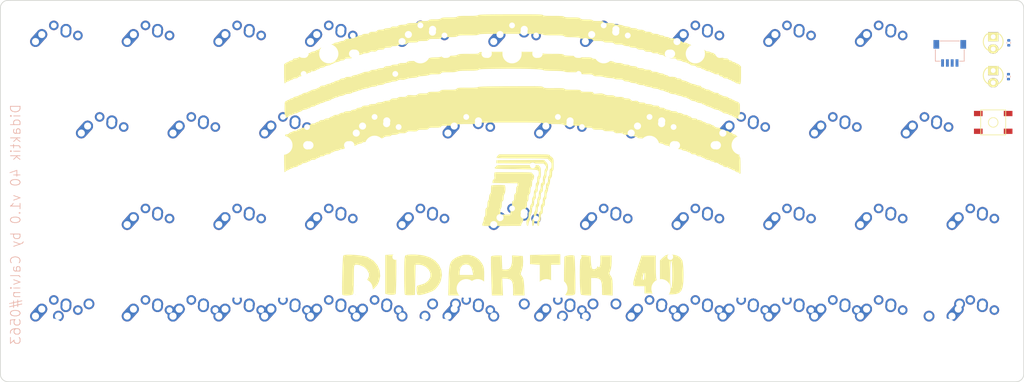
<source format=kicad_pcb>
(kicad_pcb (version 20211014) (generator pcbnew)
  (layers (0 "F.Cu" signal) (31 "B.Cu" signal) (34 "B.Paste" user) (35 "F.Paste" user) (36 "B.SilkS" user "B.Silkscreen") (37 "F.SilkS" user "F.Silkscreen") (38 "B.Mask" user) (39 "F.Mask" user) (44 "Edge.Cuts" user))
  (net 0 "")
  (net 1 "GND")
  (net 2 "Net-(D1-Pad2)")
  (net 3 "Net-(D2-Pad2)")
  (net 4 "Net-(D3-Pad2)")
  (net 5 "Net-(D5-Pad2)")
  (net 6 "Net-(D6-Pad2)")
  (net 7 "Net-(D7-Pad2)")
  (net 8 "Net-(D8-Pad2)")
  (net 9 "Net-(D9-Pad2)")
  (net 10 "Net-(D10-Pad2)")
  (net 11 "Net-(D11-Pad2)")
  (net 12 "Net-(D12-Pad2)")
  (net 13 "Net-(D13-Pad2)")
  (net 14 "Net-(D14-Pad2)")
  (net 15 "Net-(D15-Pad2)")
  (net 16 "Net-(D16-Pad2)")
  (net 17 "Net-(D17-Pad2)")
  (net 18 "Net-(D18-Pad2)")
  (net 19 "Net-(D19-Pad2)")
  (net 20 "Net-(D20-Pad2)")
  (net 21 "Net-(D21-Pad2)")
  (net 22 "Net-(D22-Pad2)")
  (net 23 "Net-(D23-Pad2)")
  (net 24 "Net-(D24-Pad2)")
  (net 25 "D-")
  (net 26 "D+")
  (net 27 "VCC")
  (net 28 "Net-(D26-Pad2)")
  (net 29 "Net-(D27-Pad2)")
  (net 30 "Net-(D28-Pad2)")
  (net 31 "Net-(D29-Pad2)")
  (net 32 "Net-(D30-Pad2)")
  (net 33 "Net-(D31-Pad2)")
  (net 34 "Net-(D32-Pad2)")
  (net 35 "Net-(D33-Pad2)")
  (net 36 "Net-(D34-Pad2)")
  (net 37 "Net-(D35-Pad2)")
  (net 38 "Net-(D36-Pad2)")
  (net 39 "Net-(D37-Pad2)")
  (net 40 "Net-(D38-Pad2)")
  (net 41 "Net-(D39-Pad2)")
  (net 42 "Net-(D40-Pad2)")
  (net 43 "COL0")
  (net 44 "COL1")
  (net 45 "COL2")
  (net 46 "COL3")
  (net 47 "COL4")
  (net 48 "Net-(D42-Pad2)")
  (net 49 "Net-(D43-Pad2)")
  (net 50 "LED Power")
  (net 51 "LED capslock")
  (net 52 "RESET")
  (footprint "Keebio-Parts:MX-Alps-Choc-1U-NoLED" (layer "F.Cu") (at 184.15 98.425)
    (fp_text reference "SW9" hide)
    (fp_text value "SW_Push_45deg")
    (pad "" np_thru_hole circle locked (at 5.08 0 48.0996) (size 1.75 1.75) (drill 1.75) (layers *.Cu *.Mask))
    (pad "" np_thru_hole circle locked (at -5.22 4.2 48.1) (size 1.2 1.2) (drill 1.2) (layers *.Cu *.Mask))
    (pad "" np_thru_hole circle locked (at -5.08 0 48.0996) (size 1.75 1.75) (drill 1.75) (layers *.Cu *.Mask))
    (pad "" np_thru_hole circle locked (at 0 0) (size 3.9878 3.9878) (drill 3.9878) (layers *.Cu *.Mask))
    (pad "" np_thru_hole circle locked (at -5.5 0 48.1) (size 1.7 1.7) (drill 1.7) (layers *.Cu *.Mask))
    (pad "" np_thru_hole circle locked (at 5.5 0 48.1) (size 1.7 1.7) (drill 1.7) (layers *.Cu *.Mask))
    (pad "1" thru_hole circle locked (at 5 -3.8) (size 2 2) (drill 1.2) (layers *.Cu *.Mask) (net 43 "COL0"))
    (pad "1" thru_hole oval locked (at 2.5 -4.5 86.1) (size 2.831378 2.25) (drill 1.47 (offset 0.290689 0)) (layers *.Cu *.Mask) (net 43 "COL0"))
    (pad "1" thru_hole circle locked (at 2.54 -5.08) (size 2.25 2.25) (drill 1.47) (layers *.Cu *.Mask) (net 43 "COL0"))
    (pad "2" thru_hole oval locked (at -3.81 -2.54 48.1) (size 4.211556 2.25) (drill 1.47 (offset 0.980778 0)) (layers *.Cu *.Mask) (net 8 "Net-(D8-Pad2)"))
    (pad "2" thru_hole circle locked (at -2.5 -4) (size 2.25 2.25) (drill 1.47) (layers *.Cu *.Mask) (net 8 "Net-(D8-Pad2)"))
    (pad "2" thru_hole circle locked (at 0 -5.9) (size 2 2) (drill 1.2) (layers *.Cu *.Mask) (net 8 "Net-(D8-Pad2)"))
  )
  (footprint "Keebio-Parts:MX-Alps-Choc-1U-NoLED" (layer "F.Cu") (at 50.8 60.325)
    (fp_text reference "SW3" hide)
    (fp_text value "SW_Push_45deg")
    (pad "" np_thru_hole circle locked (at -5.22 4.2 48.1) (size 1.2 1.2) (drill 1.2) (layers *.Cu *.Mask))
    (pad "" np_thru_hole circle locked (at 5.5 0 48.1) (size 1.7 1.7) (drill 1.7) (layers *.Cu *.Mask))
    (pad "" np_thru_hole circle locked (at 5.08 0 48.0996) (size 1.75 1.75) (drill 1.75) (layers *.Cu *.Mask))
    (pad "" np_thru_hole circle locked (at -5.08 0 48.0996) (size 1.75 1.75) (drill 1.75) (layers *.Cu *.Mask))
    (pad "" np_thru_hole circle locked (at 0 0) (size 3.9878 3.9878) (drill 3.9878) (layers *.Cu *.Mask))
    (pad "" np_thru_hole circle locked (at -5.5 0 48.1) (size 1.7 1.7) (drill 1.7) (layers *.Cu *.Mask))
    (pad "1" thru_hole circle locked (at 5 -3.8) (size 2 2) (drill 1.2) (layers *.Cu *.Mask) (net 43 "COL0"))
    (pad "1" thru_hole circle locked (at 2.54 -5.08) (size 2.25 2.25) (drill 1.47) (layers *.Cu *.Mask) (net 43 "COL0"))
    (pad "1" thru_hole oval locked (at 2.5 -4.5 86.1) (size 2.831378 2.25) (drill 1.47 (offset 0.290689 0)) (layers *.Cu *.Mask) (net 43 "COL0"))
    (pad "2" thru_hole oval locked (at -3.81 -2.54 48.1) (size 4.211556 2.25) (drill 1.47 (offset 0.980778 0)) (layers *.Cu *.Mask) (net 3 "Net-(D2-Pad2)"))
    (pad "2" thru_hole circle locked (at -2.5 -4) (size 2.25 2.25) (drill 1.47) (layers *.Cu *.Mask) (net 3 "Net-(D2-Pad2)"))
    (pad "2" thru_hole circle locked (at 0 -5.9) (size 2 2) (drill 1.2) (layers *.Cu *.Mask) (net 3 "Net-(D2-Pad2)"))
  )
  (footprint "Keebio-Parts:MX-Alps-Choc-1U-NoLED" (layer "F.Cu") (at 136.525 79.375)
    (fp_text reference "SW20" hide)
    (fp_text value "SW_Push_45deg")
    (pad "" np_thru_hole circle locked (at 0 0) (size 3.9878 3.9878) (drill 3.9878) (layers *.Cu *.Mask))
    (pad "" np_thru_hole circle locked (at -5.08 0 48.0996) (size 1.75 1.75) (drill 1.75) (layers *.Cu *.Mask))
    (pad "" np_thru_hole circle locked (at -5.22 4.2 48.1) (size 1.2 1.2) (drill 1.2) (layers *.Cu *.Mask))
    (pad "" np_thru_hole circle locked (at 5.08 0 48.0996) (size 1.75 1.75) (drill 1.75) (layers *.Cu *.Mask))
    (pad "" np_thru_hole circle locked (at -5.5 0 48.1) (size 1.7 1.7) (drill 1.7) (layers *.Cu *.Mask))
    (pad "" np_thru_hole circle locked (at 5.5 0 48.1) (size 1.7 1.7) (drill 1.7) (layers *.Cu *.Mask))
    (pad "1" thru_hole oval locked (at 2.5 -4.5 86.1) (size 2.831378 2.25) (drill 1.47 (offset 0.290689 0)) (layers *.Cu *.Mask) (net 45 "COL2"))
    (pad "1" thru_hole circle locked (at 2.54 -5.08) (size 2.25 2.25) (drill 1.47) (layers *.Cu *.Mask) (net 45 "COL2"))
    (pad "1" thru_hole circle locked (at 5 -3.8) (size 2 2) (drill 1.2) (layers *.Cu *.Mask) (net 45 "COL2"))
    (pad "2" thru_hole circle locked (at 0 -5.9) (size 2 2) (drill 1.2) (layers *.Cu *.Mask) (net 19 "Net-(D19-Pad2)"))
    (pad "2" thru_hole circle locked (at -2.5 -4) (size 2.25 2.25) (drill 1.47) (layers *.Cu *.Mask) (net 19 "Net-(D19-Pad2)"))
    (pad "2" thru_hole oval locked (at -3.81 -2.54 48.1) (size 4.211556 2.25) (drill 1.47 (offset 0.980778 0)) (layers *.Cu *.Mask) (net 19 "Net-(D19-Pad2)"))
  )
  (footprint "Keebio-Parts:MX-Alps-Choc-1U-NoLED" (layer "F.Cu") (at 79.375 41.275)
    (fp_text reference "SW10" hide)
    (fp_text value "SW_Push_45deg")
    (pad "" np_thru_hole circle locked (at 5.08 0 48.0996) (size 1.75 1.75) (drill 1.75) (layers *.Cu *.Mask))
    (pad "" np_thru_hole circle locked (at -5.22 4.2 48.1) (size 1.2 1.2) (drill 1.2) (layers *.Cu *.Mask))
    (pad "" np_thru_hole circle locked (at 5.5 0 48.1) (size 1.7 1.7) (drill 1.7) (layers *.Cu *.Mask))
    (pad "" np_thru_hole circle locked (at -5.08 0 48.0996) (size 1.75 1.75) (drill 1.75) (layers *.Cu *.Mask))
    (pad "" np_thru_hole circle locked (at -5.5 0 48.1) (size 1.7 1.7) (drill 1.7) (layers *.Cu *.Mask))
    (pad "" np_thru_hole circle locked (at 0 0) (size 3.9878 3.9878) (drill 3.9878) (layers *.Cu *.Mask))
    (pad "1" thru_hole oval locked (at 2.5 -4.5 86.1) (size 2.831378 2.25) (drill 1.47 (offset 0.290689 0)) (layers *.Cu *.Mask) (net 44 "COL1"))
    (pad "1" thru_hole circle locked (at 2.54 -5.08) (size 2.25 2.25) (drill 1.47) (layers *.Cu *.Mask) (net 44 "COL1"))
    (pad "1" thru_hole circle locked (at 5 -3.8) (size 2 2) (drill 1.2) (layers *.Cu *.Mask) (net 44 "COL1"))
    (pad "2" thru_hole circle locked (at 0 -5.9) (size 2 2) (drill 1.2) (layers *.Cu *.Mask) (net 9 "Net-(D9-Pad2)"))
    (pad "2" thru_hole oval locked (at -3.81 -2.54 48.1) (size 4.211556 2.25) (drill 1.47 (offset 0.980778 0)) (layers *.Cu *.Mask) (net 9 "Net-(D9-Pad2)"))
    (pad "2" thru_hole circle locked (at -2.5 -4) (size 2.25 2.25) (drill 1.47) (layers *.Cu *.Mask) (net 9 "Net-(D9-Pad2)"))
  )
  (footprint "Keebio-Parts:MX-Alps-Choc-1U-NoLED" (layer "F.Cu") (at 69.85 98.425)
    (fp_text reference "SW9" hide)
    (fp_text value "SW_Push_45deg")
    (pad "" np_thru_hole circle locked (at 5.08 0 48.0996) (size 1.75 1.75) (drill 1.75) (layers *.Cu *.Mask))
    (pad "" np_thru_hole circle locked (at -5.22 4.2 48.1) (size 1.2 1.2) (drill 1.2) (layers *.Cu *.Mask))
    (pad "" np_thru_hole circle locked (at 0 0) (size 3.9878 3.9878) (drill 3.9878) (layers *.Cu *.Mask))
    (pad "" np_thru_hole circle locked (at 5.5 0 48.1) (size 1.7 1.7) (drill 1.7) (layers *.Cu *.Mask))
    (pad "" np_thru_hole circle locked (at -5.5 0 48.1) (size 1.7 1.7) (drill 1.7) (layers *.Cu *.Mask))
    (pad "" np_thru_hole circle locked (at -5.08 0 48.0996) (size 1.75 1.75) (drill 1.75) (layers *.Cu *.Mask))
    (pad "1" thru_hole circle locked (at 5 -3.8) (size 2 2) (drill 1.2) (layers *.Cu *.Mask) (net 43 "COL0"))
    (pad "1" thru_hole oval locked (at 2.5 -4.5 86.1) (size 2.831378 2.25) (drill 1.47 (offset 0.290689 0)) (layers *.Cu *.Mask) (net 43 "COL0"))
    (pad "1" thru_hole circle locked (at 2.54 -5.08) (size 2.25 2.25) (drill 1.47) (layers *.Cu *.Mask) (net 43 "COL0"))
    (pad "2" thru_hole circle locked (at -2.5 -4) (size 2.25 2.25) (drill 1.47) (layers *.Cu *.Mask) (net 8 "Net-(D8-Pad2)"))
    (pad "2" thru_hole oval locked (at -3.81 -2.54 48.1) (size 4.211556 2.25) (drill 1.47 (offset 0.980778 0)) (layers *.Cu *.Mask) (net 8 "Net-(D8-Pad2)"))
    (pad "2" thru_hole circle locked (at 0 -5.9) (size 2 2) (drill 1.2) (layers *.Cu *.Mask) (net 8 "Net-(D8-Pad2)"))
  )
  (footprint "Keebio-Parts:MX-Alps-Choc-1U-NoLED" (layer "F.Cu") (at 98.425 79.375)
    (fp_text reference "SW12" hide)
    (fp_text value "SW_Push_45deg")
    (pad "" np_thru_hole circle locked (at 0 0) (size 3.9878 3.9878) (drill 3.9878) (layers *.Cu *.Mask))
    (pad "" np_thru_hole circle locked (at 5.5 0 48.1) (size 1.7 1.7) (drill 1.7) (layers *.Cu *.Mask))
    (pad "" np_thru_hole circle locked (at -5.5 0 48.1) (size 1.7 1.7) (drill 1.7) (layers *.Cu *.Mask))
    (pad "" np_thru_hole circle locked (at 5.08 0 48.0996) (size 1.75 1.75) (drill 1.75) (layers *.Cu *.Mask))
    (pad "" np_thru_hole circle locked (at -5.22 4.2 48.1) (size 1.2 1.2) (drill 1.2) (layers *.Cu *.Mask))
    (pad "" np_thru_hole circle locked (at -5.08 0 48.0996) (size 1.75 1.75) (drill 1.75) (layers *.Cu *.Mask))
    (pad "1" thru_hole circle locked (at 5 -3.8) (size 2 2) (drill 1.2) (layers *.Cu *.Mask) (net 44 "COL1"))
    (pad "1" thru_hole circle locked (at 2.54 -5.08) (size 2.25 2.25) (drill 1.47) (layers *.Cu *.Mask) (net 44 "COL1"))
    (pad "1" thru_hole oval locked (at 2.5 -4.5 86.1) (size 2.831378 2.25) (drill 1.47 (offset 0.290689 0)) (layers *.Cu *.Mask) (net 44 "COL1"))
    (pad "2" thru_hole circle locked (at -2.5 -4) (size 2.25 2.25) (drill 1.47) (layers *.Cu *.Mask) (net 11 "Net-(D11-Pad2)"))
    (pad "2" thru_hole oval locked (at -3.81 -2.54 48.1) (size 4.211556 2.25) (drill 1.47 (offset 0.980778 0)) (layers *.Cu *.Mask) (net 11 "Net-(D11-Pad2)"))
    (pad "2" thru_hole circle locked (at 0 -5.9) (size 2 2) (drill 1.2) (layers *.Cu *.Mask) (net 11 "Net-(D11-Pad2)"))
  )
  (footprint "MX_Only:MXOnly-3U-ReversedStabilizers-NoLED" (layer "F.Cu") (at 107.95 98.425)
    (fp_text reference "REF**")
    (fp_text value "3U")
    (pad "" np_thru_hole circle locked (at -5.08 0 48.0996) (size 1.75 1.75) (drill 1.75) (layers *.Cu *.Mask))
    (pad "" np_thru_hole circle locked (at -19.05 6.985) (size 3.048 3.048) (drill 3.048) (layers *.Cu *.Mask))
    (pad "" np_thru_hole circle locked (at 0 0) (size 3.9878 3.9878) (drill 3.9878) (layers *.Cu *.Mask))
    (pad "" np_thru_hole circle locked (at 19.05 -8.255) (size 3.9878 3.9878) (drill 3.9878) (layers *.Cu *.Mask))
    (pad "" np_thru_hole circle locked (at 5.08 0 48.0996) (size 1.75 1.75) (drill 1.75) (layers *.Cu *.Mask))
    (pad "" np_thru_hole circle locked (at 19.05 6.985) (size 3.048 3.048) (drill 3.048) (layers *.Cu *.Mask))
    (pad "" np_thru_hole circle locked (at -19.05 -8.255) (size 3.9878 3.9878) (drill 3.9878) (layers *.Cu *.Mask))
    (pad "1" thru_hole circle locked (at -3.81 -2.54 48.1) (size 2.25 2.25) (drill 1.47) (layers *.Cu "B.Mask"))
    (pad "2" thru_hole circle locked (at 2.54 -5.08) (size 2.25 2.25) (drill 1.47) (layers *.Cu "B.Mask"))
  )
  (footprint "Keebio-Parts:MX-Alps-Choc-1U-NoLED" (layer "F.Cu") (at 88.9 98.425)
    (fp_text reference "SW13" hide)
    (fp_text value "SW_Push_45deg")
    (pad "" np_thru_hole circle locked (at 0 0) (size 3.9878 3.9878) (drill 3.9878) (layers *.Cu *.Mask))
    (pad "" np_thru_hole circle locked (at -5.22 4.2 48.1) (size 1.2 1.2) (drill 1.2) (layers *.Cu *.Mask))
    (pad "" np_thru_hole circle locked (at 5.08 0 48.0996) (size 1.75 1.75) (drill 1.75) (layers *.Cu *.Mask))
    (pad "" np_thru_hole circle locked (at -5.08 0 48.0996) (size 1.75 1.75) (drill 1.75) (layers *.Cu *.Mask))
    (pad "" np_thru_hole circle locked (at 5.5 0 48.1) (size 1.7 1.7) (drill 1.7) (layers *.Cu *.Mask))
    (pad "" np_thru_hole circle locked (at -5.5 0 48.1) (size 1.7 1.7) (drill 1.7) (layers *.Cu *.Mask))
    (pad "1" thru_hole oval locked (at 2.5 -4.5 86.1) (size 2.831378 2.25) (drill 1.47 (offset 0.290689 0)) (layers *.Cu *.Mask) (net 44 "COL1"))
    (pad "1" thru_hole circle locked (at 5 -3.8) (size 2 2) (drill 1.2) (layers *.Cu *.Mask) (net 44 "COL1"))
    (pad "1" thru_hole circle locked (at 2.54 -5.08) (size 2.25 2.25) (drill 1.47) (layers *.Cu *.Mask) (net 44 "COL1"))
    (pad "2" thru_hole circle locked (at -2.5 -4) (size 2.25 2.25) (drill 1.47) (layers *.Cu *.Mask) (net 12 "Net-(D12-Pad2)"))
    (pad "2" thru_hole circle locked (at 0 -5.9) (size 2 2) (drill 1.2) (layers *.Cu *.Mask) (net 12 "Net-(D12-Pad2)"))
    (pad "2" thru_hole oval locked (at -3.81 -2.54 48.1) (size 4.211556 2.25) (drill 1.47 (offset 0.980778 0)) (layers *.Cu *.Mask) (net 12 "Net-(D12-Pad2)"))
  )
  (footprint "Keebio-Parts:MX-Alps-Choc-1U-NoLED" (layer "F.Cu") (at 184.15 60.325)
    (fp_text reference "SW31" hide)
    (fp_text value "SW_Push_45deg")
    (pad "" np_thru_hole circle locked (at -5.08 0 48.0996) (size 1.75 1.75) (drill 1.75) (layers *.Cu *.Mask))
    (pad "" np_thru_hole circle locked (at 5.5 0 48.1) (size 1.7 1.7) (drill 1.7) (layers *.Cu *.Mask))
    (pad "" np_thru_hole circle locked (at 0 0) (size 3.9878 3.9878) (drill 3.9878) (layers *.Cu *.Mask))
    (pad "" np_thru_hole circle locked (at 5.08 0 48.0996) (size 1.75 1.75) (drill 1.75) (layers *.Cu *.Mask))
    (pad "" np_thru_hole circle locked (at -5.5 0 48.1) (size 1.7 1.7) (drill 1.7) (layers *.Cu *.Mask))
    (pad "" np_thru_hole circle locked (at -5.22 4.2 48.1) (size 1.2 1.2) (drill 1.2) (layers *.Cu *.Mask))
    (pad "1" thru_hole oval locked (at 2.5 -4.5 86.1) (size 2.831378 2.25) (drill 1.47 (offset 0.290689 0)) (layers *.Cu *.Mask) (net 46 "COL3"))
    (pad "1" thru_hole circle locked (at 5 -3.8) (size 2 2) (drill 1.2) (layers *.Cu *.Mask) (net 46 "COL3"))
    (pad "1" thru_hole circle locked (at 2.54 -5.08) (size 2.25 2.25) (drill 1.47) (layers *.Cu *.Mask) (net 46 "COL3"))
    (pad "2" thru_hole oval locked (at -3.81 -2.54 48.1) (size 4.211556 2.25) (drill 1.47 (offset 0.980778 0)) (layers *.Cu *.Mask) (net 33 "Net-(D31-Pad2)"))
    (pad "2" thru_hole circle locked (at 0 -5.9) (size 2 2) (drill 1.2) (layers *.Cu *.Mask) (net 33 "Net-(D31-Pad2)"))
    (pad "2" thru_hole circle locked (at -2.5 -4) (size 2.25 2.25) (drill 1.47) (layers *.Cu *.Mask) (net 33 "Net-(D31-Pad2)"))
  )
  (footprint "Keebio-Parts:MX-Alps-Choc-1U-NoLED" (layer "F.Cu") (at 146.05 60.325)
    (fp_text reference "SW23" hide)
    (fp_text value "SW_Push_45deg")
    (pad "" np_thru_hole circle locked (at 0 0) (size 3.9878 3.9878) (drill 3.9878) (layers *.Cu *.Mask))
    (pad "" np_thru_hole circle locked (at 5.5 0 48.1) (size 1.7 1.7) (drill 1.7) (layers *.Cu *.Mask))
    (pad "" np_thru_hole circle locked (at -5.08 0 48.0996) (size 1.75 1.75) (drill 1.75) (layers *.Cu *.Mask))
    (pad "" np_thru_hole circle locked (at -5.5 0 48.1) (size 1.7 1.7) (drill 1.7) (layers *.Cu *.Mask))
    (pad "" np_thru_hole circle locked (at 5.08 0 48.0996) (size 1.75 1.75) (drill 1.75) (layers *.Cu *.Mask))
    (pad "" np_thru_hole circle locked (at -5.22 4.2 48.1) (size 1.2 1.2) (drill 1.2) (layers *.Cu *.Mask))
    (pad "1" thru_hole oval locked (at 2.5 -4.5 86.1) (size 2.831378 2.25) (drill 1.47 (offset 0.290689 0)) (layers *.Cu *.Mask) (net 45 "COL2"))
    (pad "1" thru_hole circle locked (at 2.54 -5.08) (size 2.25 2.25) (drill 1.47) (layers *.Cu *.Mask) (net 45 "COL2"))
    (pad "1" thru_hole circle locked (at 5 -3.8) (size 2 2) (drill 1.2) (layers *.Cu *.Mask) (net 45 "COL2"))
    (pad "2" thru_hole circle locked (at -2.5 -4) (size 2.25 2.25) (drill 1.47) (layers *.Cu *.Mask) (net 22 "Net-(D22-Pad2)"))
    (pad "2" thru_hole circle locked (at 0 -5.9) (size 2 2) (drill 1.2) (layers *.Cu *.Mask) (net 22 "Net-(D22-Pad2)"))
    (pad "2" thru_hole oval locked (at -3.81 -2.54 48.1) (size 4.211556 2.25) (drill 1.47 (offset 0.980778 0)) (layers *.Cu *.Mask) (net 22 "Net-(D22-Pad2)"))
  )
  (footprint "Keebio-Parts:MX-Alps-Choc-1U-NoLED" (layer "F.Cu") (at 231.775 79.375)
    (fp_text reference "SW40" hide)
    (fp_text value "SW_Push_45deg")
    (pad "" np_thru_hole circle locked (at -5.22 4.2 48.1) (size 1.2 1.2) (drill 1.2) (layers *.Cu *.Mask))
    (pad "" np_thru_hole circle locked (at -5.5 0 48.1) (size 1.7 1.7) (drill 1.7) (layers *.Cu *.Mask))
    (pad "" np_thru_hole circle locked (at 0 0) (size 3.9878 3.9878) (drill 3.9878) (layers *.Cu *.Mask))
    (pad "" np_thru_hole circle locked (at -5.08 0 48.0996) (size 1.75 1.75) (drill 1.75) (layers *.Cu *.Mask))
    (pad "" np_thru_hole circle locked (at 5.08 0 48.0996) (size 1.75 1.75) (drill 1.75) (layers *.Cu *.Mask))
    (pad "" np_thru_hole circle locked (at 5.5 0 48.1) (size 1.7 1.7) (drill 1.7) (layers *.Cu *.Mask))
    (pad "1" thru_hole circle locked (at 5 -3.8) (size 2 2) (drill 1.2) (layers *.Cu *.Mask) (net 47 "COL4"))
    (pad "1" thru_hole circle locked (at 2.54 -5.08) (size 2.25 2.25) (drill 1.47) (layers *.Cu *.Mask) (net 47 "COL4"))
    (pad "1" thru_hole oval locked (at 2.5 -4.5 86.1) (size 2.831378 2.25) (drill 1.47 (offset 0.290689 0)) (layers *.Cu *.Mask) (net 47 "COL4"))
    (pad "2" thru_hole circle locked (at 0 -5.9) (size 2 2) (drill 1.2) (layers *.Cu *.Mask) (net 42 "Net-(D40-Pad2)"))
    (pad "2" thru_hole circle locked (at -2.5 -4) (size 2.25 2.25) (drill 1.47) (layers *.Cu *.Mask) (net 42 "Net-(D40-Pad2)"))
    (pad "2" thru_hole oval locked (at -3.81 -2.54 48.1) (size 4.211556 2.25) (drill 1.47 (offset 0.980778 0)) (layers *.Cu *.Mask) (net 42 "Net-(D40-Pad2)"))
  )
  (footprint "Keebio-Parts:MX-Alps-Choc-1U-NoLED" (layer "F.Cu") (at 193.675 41.275)
    (fp_text reference "SW34" hide)
    (fp_text value "SW_Push_45deg")
    (pad "" np_thru_hole circle locked (at -5.08 0 48.0996) (size 1.75 1.75) (drill 1.75) (layers *.Cu *.Mask))
    (pad "" np_thru_hole circle locked (at 0 0) (size 3.9878 3.9878) (drill 3.9878) (layers *.Cu *.Mask))
    (pad "" np_thru_hole circle locked (at -5.22 4.2 48.1) (size 1.2 1.2) (drill 1.2) (layers *.Cu *.Mask))
    (pad "" np_thru_hole circle locked (at 5.5 0 48.1) (size 1.7 1.7) (drill 1.7) (layers *.Cu *.Mask))
    (pad "" np_thru_hole circle locked (at -5.5 0 48.1) (size 1.7 1.7) (drill 1.7) (layers *.Cu *.Mask))
    (pad "" np_thru_hole circle locked (at 5.08 0 48.0996) (size 1.75 1.75) (drill 1.75) (layers *.Cu *.Mask))
    (pad "1" thru_hole oval locked (at 2.5 -4.5 86.1) (size 2.831378 2.25) (drill 1.47 (offset 0.290689 0)) (layers *.Cu *.Mask) (net 47 "COL4"))
    (pad "1" thru_hole circle locked (at 2.54 -5.08) (size 2.25 2.25) (drill 1.47) (layers *.Cu *.Mask) (net 47 "COL4"))
    (pad "1" thru_hole circle locked (at 5 -3.8) (size 2 2) (drill 1.2) (layers *.Cu *.Mask) (net 47 "COL4"))
    (pad "2" thru_hole circle locked (at -2.5 -4) (size 2.25 2.25) (drill 1.47) (layers *.Cu *.Mask) (net 36 "Net-(D34-Pad2)"))
    (pad "2" thru_hole oval locked (at -3.81 -2.54 48.1) (size 4.211556 2.25) (drill 1.47 (offset 0.980778 0)) (layers *.Cu *.Mask) (net 36 "Net-(D34-Pad2)"))
    (pad "2" thru_hole circle locked (at 0 -5.9) (size 2 2) (drill 1.2) (layers *.Cu *.Mask) (net 36 "Net-(D34-Pad2)"))
  )
  (footprint "Keebio-Parts:LED_3mm" (layer "F.Cu") (at 236.5375 46.0375 90)
    (fp_text reference "D42" hide)
    (fp_text value "LED" hide)
    (pad "1" thru_hole oval locked (at -1.27 0 90) (size 1.905 2.159) (drill 0.9906) (layers *.Cu "F.Paste" "F.SilkS" "F.Mask") (net 1 "GND"))
    (pad "2" thru_hole rect locked (at 1.27 0 90) (size 1.905 2.159) (drill 0.9906) (layers *.Cu "F.Paste" "F.SilkS" "F.Mask") (net 48 "Net-(D42-Pad2)"))
  )
  (footprint "Keebio-Parts:MX-Alps-Choc-1U-NoLED" (layer "F.Cu") (at 127 60.325)
    (fp_text reference "SW19" hide)
    (fp_text value "SW_Push_45deg")
    (pad "" np_thru_hole circle locked (at -5.22 4.2 48.1) (size 1.2 1.2) (drill 1.2) (layers *.Cu *.Mask))
    (pad "" np_thru_hole circle locked (at 5.08 0 48.0996) (size 1.75 1.75) (drill 1.75) (layers *.Cu *.Mask))
    (pad "" np_thru_hole circle locked (at 5.5 0 48.1) (size 1.7 1.7) (drill 1.7) (layers *.Cu *.Mask))
    (pad "" np_thru_hole circle locked (at -5.08 0 48.0996) (size 1.75 1.75) (drill 1.75) (layers *.Cu *.Mask))
    (pad "" np_thru_hole circle locked (at 0 0) (size 3.9878 3.9878) (drill 3.9878) (layers *.Cu *.Mask))
    (pad "" np_thru_hole circle locked (at -5.5 0 48.1) (size 1.7 1.7) (drill 1.7) (layers *.Cu *.Mask))
    (pad "1" thru_hole circle locked (at 5 -3.8) (size 2 2) (drill 1.2) (layers *.Cu *.Mask) (net 45 "COL2"))
    (pad "1" thru_hole oval locked (at 2.5 -4.5 86.1) (size 2.831378 2.25) (drill 1.47 (offset 0.290689 0)) (layers *.Cu *.Mask) (net 45 "COL2"))
    (pad "1" thru_hole circle locked (at 2.54 -5.08) (size 2.25 2.25) (drill 1.47) (layers *.Cu *.Mask) (net 45 "COL2"))
    (pad "2" thru_hole circle locked (at 0 -5.9) (size 2 2) (drill 1.2) (layers *.Cu *.Mask) (net 18 "Net-(D18-Pad2)"))
    (pad "2" thru_hole circle locked (at -2.5 -4) (size 2.25 2.25) (drill 1.47) (layers *.Cu *.Mask) (net 18 "Net-(D18-Pad2)"))
    (pad "2" thru_hole oval locked (at -3.81 -2.54 48.1) (size 4.211556 2.25) (drill 1.47 (offset 0.980778 0)) (layers *.Cu *.Mask) (net 18 "Net-(D18-Pad2)"))
  )
  (footprint "Keebio-Parts:MX-Alps-Choc-1U-NoLED" (layer "F.Cu") (at 212.725 98.425)
    (fp_text reference "SW17" hide)
    (fp_text value "SW_Push_45deg")
    (pad "" np_thru_hole circle locked (at 5.5 0 48.1) (size 1.7 1.7) (drill 1.7) (layers *.Cu *.Mask))
    (pad "" np_thru_hole circle locked (at -5.08 0 48.0996) (size 1.75 1.75) (drill 1.75) (layers *.Cu *.Mask))
    (pad "" np_thru_hole circle locked (at -5.5 0 48.1) (size 1.7 1.7) (drill 1.7) (layers *.Cu *.Mask))
    (pad "" np_thru_hole circle locked (at 5.08 0 48.0996) (size 1.75 1.75) (drill 1.75) (layers *.Cu *.Mask))
    (pad "" np_thru_hole circle locked (at 0 0) (size 3.9878 3.9878) (drill 3.9878) (layers *.Cu *.Mask))
    (pad "" np_thru_hole circle locked (at -5.22 4.2 48.1) (size 1.2 1.2) (drill 1.2) (layers *.Cu *.Mask))
    (pad "1" thru_hole circle locked (at 5 -3.8) (size 2 2) (drill 1.2) (layers *.Cu *.Mask) (net 44 "COL1"))
    (pad "1" thru_hole circle locked (at 2.54 -5.08) (size 2.25 2.25) (drill 1.47) (layers *.Cu *.Mask) (net 44 "COL1"))
    (pad "1" thru_hole oval locked (at 2.5 -4.5 86.1) (size 2.831378 2.25) (drill 1.47 (offset 0.290689 0)) (layers *.Cu *.Mask) (net 44 "COL1"))
    (pad "2" thru_hole oval locked (at -3.81 -2.54 48.1) (size 4.211556 2.25) (drill 1.47 (offset 0.980778 0)) (layers *.Cu *.Mask) (net 16 "Net-(D16-Pad2)"))
    (pad "2" thru_hole circle locked (at -2.5 -4) (size 2.25 2.25) (drill 1.47) (layers *.Cu *.Mask) (net 16 "Net-(D16-Pad2)"))
    (pad "2" thru_hole circle locked (at 0 -5.9) (size 2 2) (drill 1.2) (layers *.Cu *.Mask) (net 16 "Net-(D16-Pad2)"))
  )
  (footprint "Keebio-Parts:MX-Alps-Choc-1U-NoLED" (layer "F.Cu") (at 165.1 60.325)
    (fp_text reference "SW27" hide)
    (fp_text value "SW_Push_45deg")
    (pad "" np_thru_hole circle locked (at 5.08 0 48.0996) (size 1.75 1.75) (drill 1.75) (layers *.Cu *.Mask))
    (pad "" np_thru_hole circle locked (at -5.22 4.2 48.1) (size 1.2 1.2) (drill 1.2) (layers *.Cu *.Mask))
    (pad "" np_thru_hole circle locked (at -5.5 0 48.1) (size 1.7 1.7) (drill 1.7) (layers *.Cu *.Mask))
    (pad "" np_thru_hole circle locked (at 0 0) (size 3.9878 3.9878) (drill 3.9878) (layers *.Cu *.Mask))
    (pad "" np_thru_hole circle locked (at 5.5 0 48.1) (size 1.7 1.7) (drill 1.7) (layers *.Cu *.Mask))
    (pad "" np_thru_hole circle locked (at -5.08 0 48.0996) (size 1.75 1.75) (drill 1.75) (layers *.Cu *.Mask))
    (pad "1" thru_hole oval locked (at 2.5 -4.5 86.1) (size 2.831378 2.25) (drill 1.47 (offset 0.290689 0)) (layers *.Cu *.Mask) (net 46 "COL3"))
    (pad "1" thru_hole circle locked (at 2.54 -5.08) (size 2.25 2.25) (drill 1.47) (layers *.Cu *.Mask) (net 46 "COL3"))
    (pad "1" thru_hole circle locked (at 5 -3.8) (size 2 2) (drill 1.2) (layers *.Cu *.Mask) (net 46 "COL3"))
    (pad "2" thru_hole oval locked (at -3.81 -2.54 48.1) (size 4.211556 2.25) (drill 1.47 (offset 0.980778 0)) (layers *.Cu *.Mask) (net 29 "Net-(D27-Pad2)"))
    (pad "2" thru_hole circle locked (at 0 -5.9) (size 2 2) (drill 1.2) (layers *.Cu *.Mask) (net 29 "Net-(D27-Pad2)"))
    (pad "2" thru_hole circle locked (at -2.5 -4) (size 2.25 2.25) (drill 1.47) (layers *.Cu *.Mask) (net 29 "Net-(D27-Pad2)"))
  )
  (footprint "Keebio-Parts:MX-Alps-Choc-1U-NoLED" (layer "F.Cu") (at 212.725 41.275)
    (fp_text reference "SW38" hide)
    (fp_text value "SW_Push_45deg")
    (pad "" np_thru_hole circle locked (at -5.5 0 48.1) (size 1.7 1.7) (drill 1.7) (layers *.Cu *.Mask))
    (pad "" np_thru_hole circle locked (at 0 0) (size 3.9878 3.9878) (drill 3.9878) (layers *.Cu *.Mask))
    (pad "" np_thru_hole circle locked (at 5.08 0 48.0996) (size 1.75 1.75) (drill 1.75) (layers *.Cu *.Mask))
    (pad "" np_thru_hole circle locked (at 5.5 0 48.1) (size 1.7 1.7) (drill 1.7) (layers *.Cu *.Mask))
    (pad "" np_thru_hole circle locked (at -5.08 0 48.0996) (size 1.75 1.75) (drill 1.75) (layers *.Cu *.Mask))
    (pad "" np_thru_hole circle locked (at -5.22 4.2 48.1) (size 1.2 1.2) (drill 1.2) (layers *.Cu *.Mask))
    (pad "1" thru_hole circle locked (at 5 -3.8) (size 2 2) (drill 1.2) (layers *.Cu *.Mask) (net 47 "COL4"))
    (pad "1" thru_hole oval locked (at 2.5 -4.5 86.1) (size 2.831378 2.25) (drill 1.47 (offset 0.290689 0)) (layers *.Cu *.Mask) (net 47 "COL4"))
    (pad "1" thru_hole circle locked (at 2.54 -5.08) (size 2.25 2.25) (drill 1.47) (layers *.Cu *.Mask) (net 47 "COL4"))
    (pad "2" thru_hole circle locked (at 0 -5.9) (size 2 2) (drill 1.2) (layers *.Cu *.Mask) (net 40 "Net-(D38-Pad2)"))
    (pad "2" thru_hole oval locked (at -3.81 -2.54 48.1) (size 4.211556 2.25) (drill 1.47 (offset 0.980778 0)) (layers *.Cu *.Mask) (net 40 "Net-(D38-Pad2)"))
    (pad "2" thru_hole circle locked (at -2.5 -4) (size 2.25 2.25) (drill 1.47) (layers *.Cu *.Mask) (net 40 "Net-(D38-Pad2)"))
  )
  (footprint "Keebio-Parts:MX-Alps-Choc-1U-NoLED" (layer "F.Cu") (at 107.95 60.325)
    (fp_text reference "SW15" hide)
    (fp_text value "SW_Push_45deg")
    (pad "" np_thru_hole circle locked (at 0 0) (size 3.9878 3.9878) (drill 3.9878) (layers *.Cu *.Mask))
    (pad "" np_thru_hole circle locked (at -5.22 4.2 48.1) (size 1.2 1.2) (drill 1.2) (layers *.Cu *.Mask))
    (pad "" np_thru_hole circle locked (at 5.5 0 48.1) (size 1.7 1.7) (drill 1.7) (layers *.Cu *.Mask))
    (pad "" np_thru_hole circle locked (at -5.5 0 48.1) (size 1.7 1.7) (drill 1.7) (layers *.Cu *.Mask))
    (pad "" np_thru_hole circle locked (at 5.08 0 48.0996) (size 1.75 1.75) (drill 1.75) (layers *.Cu *.Mask))
    (pad "" np_thru_hole circle locked (at -5.08 0 48.0996) (size 1.75 1.75) (drill 1.75) (layers *.Cu *.Mask))
    (pad "1" thru_hole circle locked (at 5 -3.8) (size 2 2) (drill 1.2) (layers *.Cu *.Mask) (net 44 "COL1"))
    (pad "1" thru_hole circle locked (at 2.54 -5.08) (size 2.25 2.25) (drill 1.47) (layers *.Cu *.Mask) (net 44 "COL1"))
    (pad "1" thru_hole oval locked (at 2.5 -4.5 86.1) (size 2.831378 2.25) (drill 1.47 (offset 0.290689 0)) (layers *.Cu *.Mask) (net 44 "COL1"))
    (pad "2" thru_hole circle locked (at 0 -5.9) (size 2 2) (drill 1.2) (layers *.Cu *.Mask) (net 14 "Net-(D14-Pad2)"))
    (pad "2" thru_hole oval locked (at -3.81 -2.54 48.1) (size 4.211556 2.25) (drill 1.47 (offset 0.980778 0)) (layers *.Cu *.Mask) (net 14 "Net-(D14-Pad2)"))
    (pad "2" thru_hole circle locked (at -2.5 -4) (size 2.25 2.25) (drill 1.47) (layers *.Cu *.Mask) (net 14 "Net-(D14-Pad2)"))
  )
  (footprint "MX_Only:MXOnly-1.5U-NoLED" (layer "F.Cu") (at 227.0125 98.425)
    (fp_text reference "REF**")
    (fp_text value "1.5U")
    (pad "" np_thru_hole circle locked (at 0 0) (size 3.9878 3.9878) (drill 3.9878) (layers *.Cu *.Mask))
    (pad "" np_thru_hole circle locked (at -5.08 0 48.0996) (size 1.75 1.75) (drill 1.75) (layers *.Cu *.Mask))
    (pad "" np_thru_hole circle locked (at 5.08 0 48.0996) (size 1.75 1.75) (drill 1.75) (layers *.Cu *.Mask))
    (pad "1" thru_hole circle locked (at -3.81 -2.54) (size 2.25 2.25) (drill 1.47) (layers *.Cu "B.Mask"))
    (pad "2" thru_hole circle locked (at 2.54 -5.08) (size 2.25 2.25) (drill 1.47) (layers *.Cu "B.Mask"))
  )
  (footprint "Keebio-Parts:MX-Alps-Choc-1U-NoLED" (layer "F.Cu") (at 193.675 79.375)
    (fp_text reference "SW32" hide)
    (fp_text value "SW_Push_45deg")
    (pad "" np_thru_hole circle locked (at -5.08 0 48.0996) (size 1.75 1.75) (drill 1.75) (layers *.Cu *.Mask))
    (pad "" np_thru_hole circle locked (at -5.22 4.2 48.1) (size 1.2 1.2) (drill 1.2) (layers *.Cu *.Mask))
    (pad "" np_thru_hole circle locked (at 5.08 0 48.0996) (size 1.75 1.75) (drill 1.75) (layers *.Cu *.Mask))
    (pad "" np_thru_hole circle locked (at 0 0) (size 3.9878 3.9878) (drill 3.9878) (layers *.Cu *.Mask))
    (pad "" np_thru_hole circle locked (at -5.5 0 48.1) (size 1.7 1.7) (drill 1.7) (layers *.Cu *.Mask))
    (pad "" np_thru_hole circle locked (at 5.5 0 48.1) (size 1.7 1.7) (drill 1.7) (layers *.Cu *.Mask))
    (pad "1" thru_hole oval locked (at 2.5 -4.5 86.1) (size 2.831378 2.25) (drill 1.47 (offset 0.290689 0)) (layers *.Cu *.Mask) (net 46 "COL3"))
    (pad "1" thru_hole circle locked (at 2.54 -5.08) (size 2.25 2.25) (drill 1.47) (layers *.Cu *.Mask) (net 46 "COL3"))
    (pad "1" thru_hole circle locked (at 5 -3.8) (size 2 2) (drill 1.2) (layers *.Cu *.Mask) (net 46 "COL3"))
    (pad "2" thru_hole circle locked (at 0 -5.9) (size 2 2) (drill 1.2) (layers *.Cu *.Mask) (net 34 "Net-(D32-Pad2)"))
    (pad "2" thru_hole oval locked (at -3.81 -2.54 48.1) (size 4.211556 2.25) (drill 1.47 (offset 0.980778 0)) (layers *.Cu *.Mask) (net 34 "Net-(D32-Pad2)"))
    (pad "2" thru_hole circle locked (at -2.5 -4) (size 2.25 2.25) (drill 1.47) (layers *.Cu *.Mask) (net 34 "Net-(D32-Pad2)"))
  )
  (footprint "Keebio-Parts:MX-Alps-Choc-1U-NoLED" (layer "F.Cu") (at 127 98.425)
    (fp_text reference "SW21" hide)
    (fp_text value "SW_Push_45deg")
    (pad "" np_thru_hole circle locked (at -5.5 0 48.1) (size 1.7 1.7) (drill 1.7) (layers *.Cu *.Mask))
    (pad "" np_thru_hole circle locked (at 5.5 0 48.1) (size 1.7 1.7) (drill 1.7) (layers *.Cu *.Mask))
    (pad "" np_thru_hole circle locked (at -5.08 0 48.0996) (size 1.75 1.75) (drill 1.75) (layers *.Cu *.Mask))
    (pad "" np_thru_hole circle locked (at -5.22 4.2 48.1) (size 1.2 1.2) (drill 1.2) (layers *.Cu *.Mask))
    (pad "" np_thru_hole circle locked (at 5.08 0 48.0996) (size 1.75 1.75) (drill 1.75) (layers *.Cu *.Mask))
    (pad "" np_thru_hole circle locked (at 0 0) (size 3.9878 3.9878) (drill 3.9878) (layers *.Cu *.Mask))
    (pad "1" thru_hole circle locked (at 2.54 -5.08) (size 2.25 2.25) (drill 1.47) (layers *.Cu *.Mask) (net 45 "COL2"))
    (pad "1" thru_hole circle locked (at 5 -3.8) (size 2 2) (drill 1.2) (layers *.Cu *.Mask) (net 45 "COL2"))
    (pad "1" thru_hole oval locked (at 2.5 -4.5 86.1) (size 2.831378 2.25) (drill 1.47 (offset 0.290689 0)) (layers *.Cu *.Mask) (net 45 "COL2"))
    (pad "2" thru_hole circle locked (at 0 -5.9) (size 2 2) (drill 1.2) (layers *.Cu *.Mask) (net 20 "Net-(D20-Pad2)"))
    (pad "2" thru_hole circle locked (at -2.5 -4) (size 2.25 2.25) (drill 1.47) (layers *.Cu *.Mask) (net 20 "Net-(D20-Pad2)"))
    (pad "2" thru_hole oval locked (at -3.81 -2.54 48.1) (size 4.211556 2.25) (drill 1.47 (offset 0.980778 0)) (layers *.Cu *.Mask) (net 20 "Net-(D20-Pad2)"))
  )
  (footprint "Keebio-Parts:MX-Alps-Choc-1U-NoLED" (layer "F.Cu") (at 98.425 98.425)
    (fp_text reference "SW21" hide)
    (fp_text value "SW_Push_45deg")
    (pad "" np_thru_hole circle locked (at 0 0) (size 3.9878 3.9878) (drill 3.9878) (layers *.Cu *.Mask))
    (pad "" np_thru_hole circle locked (at 5.08 0 48.0996) (size 1.75 1.75) (drill 1.75) (layers *.Cu *.Mask))
    (pad "" np_thru_hole circle locked (at -5.08 0 48.0996) (size 1.75 1.75) (drill 1.75) (layers *.Cu *.Mask))
    (pad "" np_thru_hole circle locked (at 5.5 0 48.1) (size 1.7 1.7) (drill 1.7) (layers *.Cu *.Mask))
    (pad "" np_thru_hole circle locked (at -5.22 4.2 48.1) (size 1.2 1.2) (drill 1.2) (layers *.Cu *.Mask))
    (pad "" np_thru_hole circle locked (at -5.5 0 48.1) (size 1.7 1.7) (drill 1.7) (layers *.Cu *.Mask))
    (pad "1" thru_hole circle locked (at 2.54 -5.08) (size 2.25 2.25) (drill 1.47) (layers *.Cu *.Mask) (net 45 "COL2"))
    (pad "1" thru_hole circle locked (at 5 -3.8) (size 2 2) (drill 1.2) (layers *.Cu *.Mask) (net 45 "COL2"))
    (pad "1" thru_hole oval locked (at 2.5 -4.5 86.1) (size 2.831378 2.25) (drill 1.47 (offset 0.290689 0)) (layers *.Cu *.Mask) (net 45 "COL2"))
    (pad "2" thru_hole circle locked (at 0 -5.9) (size 2 2) (drill 1.2) (layers *.Cu *.Mask) (net 20 "Net-(D20-Pad2)"))
    (pad "2" thru_hole oval locked (at -3.81 -2.54 48.1) (size 4.211556 2.25) (drill 1.47 (offset 0.980778 0)) (layers *.Cu *.Mask) (net 20 "Net-(D20-Pad2)"))
    (pad "2" thru_hole circle locked (at -2.5 -4) (size 2.25 2.25) (drill 1.47) (layers *.Cu *.Mask) (net 20 "Net-(D20-Pad2)"))
  )
  (footprint "Keebio-Parts:MX-Alps-Choc-1U-NoLED" (layer "F.Cu") (at 69.85 60.325)
    (fp_text reference "SW7" hide)
    (fp_text value "SW_Push_45deg")
    (pad "" np_thru_hole circle locked (at 5.08 0 48.0996) (size 1.75 1.75) (drill 1.75) (layers *.Cu *.Mask))
    (pad "" np_thru_hole circle locked (at -5.08 0 48.0996) (size 1.75 1.75) (drill 1.75) (layers *.Cu *.Mask))
    (pad "" np_thru_hole circle locked (at 0 0) (size 3.9878 3.9878) (drill 3.9878) (layers *.Cu *.Mask))
    (pad "" np_thru_hole circle locked (at 5.5 0 48.1) (size 1.7 1.7) (drill 1.7) (layers *.Cu *.Mask))
    (pad "" np_thru_hole circle locked (at -5.22 4.2 48.1) (size 1.2 1.2) (drill 1.2) (layers *.Cu *.Mask))
    (pad "" np_thru_hole circle locked (at -5.5 0 48.1) (size 1.7 1.7) (drill 1.7) (layers *.Cu *.Mask))
    (pad "1" thru_hole circle locked (at 2.54 -5.08) (size 2.25 2.25) (drill 1.47) (layers *.Cu *.Mask) (net 43 "COL0"))
    (pad "1" thru_hole oval locked (at 2.5 -4.5 86.1) (size 2.831378 2.25) (drill 1.47 (offset 0.290689 0)) (layers *.Cu *.Mask) (net 43 "COL0"))
    (pad "1" thru_hole circle locked (at 5 -3.8) (size 2 2) (drill 1.2) (layers *.Cu *.Mask) (net 43 "COL0"))
    (pad "2" thru_hole circle locked (at -2.5 -4) (size 2.25 2.25) (drill 1.47) (layers *.Cu *.Mask) (net 6 "Net-(D6-Pad2)"))
    (pad "2" thru_hole circle locked (at 0 -5.9) (size 2 2) (drill 1.2) (layers *.Cu *.Mask) (net 6 "Net-(D6-Pad2)"))
    (pad "2" thru_hole oval locked (at -3.81 -2.54 48.1) (size 4.211556 2.25) (drill 1.47 (offset 0.980778 0)) (layers *.Cu *.Mask) (net 6 "Net-(D6-Pad2)"))
  )
  (footprint "Keebio-Parts:MX-Alps-Choc-1U-NoLED" (layer "F.Cu") (at 88.9 60.325)
    (fp_text reference "SW11" hide)
    (fp_text value "SW_Push_45deg")
    (pad "" np_thru_hole circle locked (at 5.5 0 48.1) (size 1.7 1.7) (drill 1.7) (layers *.Cu *.Mask))
    (pad "" np_thru_hole circle locked (at 5.08 0 48.0996) (size 1.75 1.75) (drill 1.75) (layers *.Cu *.Mask))
    (pad "" np_thru_hole circle locked (at -5.22 4.2 48.1) (size 1.2 1.2) (drill 1.2) (layers *.Cu *.Mask))
    (pad "" np_thru_hole circle locked (at 0 0) (size 3.9878 3.9878) (drill 3.9878) (layers *.Cu *.Mask))
    (pad "" np_thru_hole circle locked (at -5.08 0 48.0996) (size 1.75 1.75) (drill 1.75) (layers *.Cu *.Mask))
    (pad "" np_thru_hole circle locked (at -5.5 0 48.1) (size 1.7 1.7) (drill 1.7) (layers *.Cu *.Mask))
    (pad "1" thru_hole oval locked (at 2.5 -4.5 86.1) (size 2.831378 2.25) (drill 1.47 (offset 0.290689 0)) (layers *.Cu *.Mask) (net 44 "COL1"))
    (pad "1" thru_hole circle locked (at 5 -3.8) (size 2 2) (drill 1.2) (layers *.Cu *.Mask) (net 44 "COL1"))
    (pad "1" thru_hole circle locked (at 2.54 -5.08) (size 2.25 2.25) (drill 1.47) (layers *.Cu *.Mask) (net 44 "COL1"))
    (pad "2" thru_hole oval locked (at -3.81 -2.54 48.1) (size 4.211556 2.25) (drill 1.47 (offset 0.980778 0)) (layers *.Cu *.Mask) (net 10 "Net-(D10-Pad2)"))
    (pad "2" thru_hole circle locked (at 0 -5.9) (size 2 2) (drill 1.2) (layers *.Cu *.Mask) (net 10 "Net-(D10-Pad2)"))
    (pad "2" thru_hole circle locked (at -2.5 -4) (size 2.25 2.25) (drill 1.47) (layers *.Cu *.Mask) (net 10 "Net-(D10-Pad2)"))
  )
  (footprint "Keebio-Parts:MX-Alps-Choc-1U-NoLED" (layer "F.Cu") (at 98.425 41.275)
    (fp_text reference "SW14" hide)
    (fp_text value "SW_Push_45deg")
    (pad "" np_thru_hole circle locked (at -5.08 0 48.0996) (size 1.75 1.75) (drill 1.75) (layers *.Cu *.Mask))
    (pad "" np_thru_hole circle locked (at 5.5 0 48.1) (size 1.7 1.7) (drill 1.7) (layers *.Cu *.Mask))
    (pad "" np_thru_hole circle locked (at 0 0) (size 3.9878 3.9878) (drill 3.9878) (layers *.Cu *.Mask))
    (pad "" np_thru_hole circle locked (at 5.08 0 48.0996) (size 1.75 1.75) (drill 1.75) (layers *.Cu *.Mask))
    (pad "" np_thru_hole circle locked (at -5.22 4.2 48.1) (size 1.2 1.2) (drill 1.2) (layers *.Cu *.Mask))
    (pad "" np_thru_hole circle locked (at -5.5 0 48.1) (size 1.7 1.7) (drill 1.7) (layers *.Cu *.Mask))
    (pad "1" thru_hole oval locked (at 2.5 -4.5 86.1) (size 2.831378 2.25) (drill 1.47 (offset 0.290689 0)) (layers *.Cu *.Mask) (net 44 "COL1"))
    (pad "1" thru_hole circle locked (at 5 -3.8) (size 2 2) (drill 1.2) (layers *.Cu *.Mask) (net 44 "COL1"))
    (pad "1" thru_hole circle locked (at 2.54 -5.08) (size 2.25 2.25) (drill 1.47) (layers *.Cu *.Mask) (net 44 "COL1"))
    (pad "2" thru_hole oval locked (at -3.81 -2.54 48.1) (size 4.211556 2.25) (drill 1.47 (offset 0.980778 0)) (layers *.Cu *.Mask) (net 13 "Net-(D13-Pad2)"))
    (pad "2" thru_hole circle locked (at 0 -5.9) (size 2 2) (drill 1.2) (layers *.Cu *.Mask) (net 13 "Net-(D13-Pad2)"))
    (pad "2" thru_hole circle locked (at -2.5 -4) (size 2.25 2.25) (drill 1.47) (layers *.Cu *.Mask) (net 13 "Net-(D13-Pad2)"))
  )
  (footprint "Keebio-Parts:MX-Alps-Choc-1U-NoLED" (layer "F.Cu") (at 203.2 98.425)
    (fp_text reference "SW13" hide)
    (fp_text value "SW_Push_45deg")
    (pad "" np_thru_hole circle locked (at 5.5 0 48.1) (size 1.7 1.7) (drill 1.7) (layers *.Cu *.Mask))
    (pad "" np_thru_hole circle locked (at -5.22 4.2 48.1) (size 1.2 1.2) (drill 1.2) (layers *.Cu *.Mask))
    (pad "" np_thru_hole circle locked (at -5.08 0 48.0996) (size 1.75 1.75) (drill 1.75) (layers *.Cu *.Mask))
    (pad "" np_thru_hole circle locked (at -5.5 0 48.1) (size 1.7 1.7) (drill 1.7) (layers *.Cu *.Mask))
    (pad "" np_thru_hole circle locked (at 0 0) (size 3.9878 3.9878) (drill 3.9878) (layers *.Cu *.Mask))
    (pad "" np_thru_hole circle locked (at 5.08 0 48.0996) (size 1.75 1.75) (drill 1.75) (layers *.Cu *.Mask))
    (pad "1" thru_hole circle locked (at 5 -3.8) (size 2 2) (drill 1.2) (layers *.Cu *.Mask) (net 44 "COL1"))
    (pad "1" thru_hole circle locked (at 2.54 -5.08) (size 2.25 2.25) (drill 1.47) (layers *.Cu *.Mask) (net 44 "COL1"))
    (pad "1" thru_hole oval locked (at 2.5 -4.5 86.1) (size 2.831378 2.25) (drill 1.47 (offset 0.290689 0)) (layers *.Cu *.Mask) (net 44 "COL1"))
    (pad "2" thru_hole circle locked (at 0 -5.9) (size 2 2) (drill 1.2) (layers *.Cu *.Mask) (net 12 "Net-(D12-Pad2)"))
    (pad "2" thru_hole circle locked (at -2.5 -4) (size 2.25 2.25) (drill 1.47) (layers *.Cu *.Mask) (net 12 "Net-(D12-Pad2)"))
    (pad "2" thru_hole oval locked (at -3.81 -2.54 48.1) (size 4.211556 2.25) (drill 1.47 (offset 0.980778 0)) (layers *.Cu *.Mask) (net 12 "Net-(D12-Pad2)"))
  )
  (footprint "LOGO" (layer "F.Cu") (at 136.525 65.0875)
    (fp_text reference "G***" hide)
    (fp_text value "LOGO" hide)
  )
  (footprint "MX_Only:MXOnly-2U-ReversedStabilizers-NoLED" (layer "F.Cu") (at 117.475 98.425)
    (fp_text reference "REF**")
    (fp_text value "2U")
    (pad "" np_thru_hole circle locked (at 11.90625 -8.255) (size 3.9878 3.9878) (drill 3.9878) (layers *.Cu *.Mask))
    (pad "" np_thru_hole circle locked (at 11.90625 6.985) (size 3.048 3.048) (drill 3.048) (layers *.Cu *.Mask))
    (pad "" np_thru_hole circle locked (at -5.08 0 48.0996) (size 1.75 1.75) (drill 1.75) (layers *.Cu *.Mask))
    (pad "" np_thru_hole circle locked (at 0 0) (size 3.9878 3.9878) (drill 3.9878) (layers *.Cu *.Mask))
    (pad "" np_thru_hole circle locked (at -11.90625 -8.255) (size 3.9878 3.9878) (drill 3.9878) (layers *.Cu *.Mask))
    (pad "" np_thru_hole circle locked (at 5.08 0 48.0996) (size 1.75 1.75) (drill 1.75) (layers *.Cu *.Mask))
    (pad "" np_thru_hole circle locked (at -11.90625 6.985) (size 3.048 3.048) (drill 3.048) (layers *.Cu *.Mask))
    (pad "1" thru_hole circle locked (at -3.81 -2.54) (size 2.25 2.25) (drill 1.47) (layers *.Cu "B.Mask"))
    (pad "2" thru_hole circle locked (at 2.54 -5.08) (size 2.25 2.25) (drill 1.47) (layers *.Cu "B.Mask"))
  )
  (footprint "Keebio-Parts:MX-Alps-Choc-1U-NoLED" (layer "F.Cu") (at 193.675 98.425)
    (fp_text reference "SW13" hide)
    (fp_text value "SW_Push_45deg")
    (pad "" np_thru_hole circle locked (at 0 0) (size 3.9878 3.9878) (drill 3.9878) (layers *.Cu *.Mask))
    (pad "" np_thru_hole circle locked (at -5.5 0 48.1) (size 1.7 1.7) (drill 1.7) (layers *.Cu *.Mask))
    (pad "" np_thru_hole circle locked (at 5.5 0 48.1) (size 1.7 1.7) (drill 1.7) (layers *.Cu *.Mask))
    (pad "" np_thru_hole circle locked (at -5.22 4.2 48.1) (size 1.2 1.2) (drill 1.2) (layers *.Cu *.Mask))
    (pad "" np_thru_hole circle locked (at 5.08 0 48.0996) (size 1.75 1.75) (drill 1.75) (layers *.Cu *.Mask))
    (pad "" np_thru_hole circle locked (at -5.08 0 48.0996) (size 1.75 1.75) (drill 1.75) (layers *.Cu *.Mask))
    (pad "1" thru_hole circle locked (at 2.54 -5.08) (size 2.25 2.25) (drill 1.47) (layers *.Cu *.Mask) (net 44 "COL1"))
    (pad "1" thru_hole oval locked (at 2.5 -4.5 86.1) (size 2.831378 2.25) (drill 1.47 (offset 0.290689 0)) (layers *.Cu *.Mask) (net 44 "COL1"))
    (pad "1" thru_hole circle locked (at 5 -3.8) (size 2 2) (drill 1.2) (layers *.Cu *.Mask) (net 44 "COL1"))
    (pad "2" thru_hole circle locked (at 0 -5.9) (size 2 2) (drill 1.2) (layers *.Cu *.Mask) (net 12 "Net-(D12-Pad2)"))
    (pad "2" thru_hole circle locked (at -2.5 -4) (size 2.25 2.25) (drill 1.47) (layers *.Cu *.Mask) (net 12 "Net-(D12-Pad2)"))
    (pad "2" thru_hole oval locked (at -3.81 -2.54 48.1) (size 4.211556 2.25) (drill 1.47 (offset 0.980778 0)) (layers *.Cu *.Mask) (net 12 "Net-(D12-Pad2)"))
  )
  (footprint "Keebio-Parts:MX-Alps-Choc-1U-NoLED" (layer "F.Cu") (at 174.625 98.425)
    (fp_text reference "SW9" hide)
    (fp_text value "SW_Push_45deg")
    (pad "" np_thru_hole circle locked (at -5.22 4.2 48.1) (size 1.2 1.2) (drill 1.2) (layers *.Cu *.Mask))
    (pad "" np_thru_hole circle locked (at -5.08 0 48.0996) (size 1.75 1.75) (drill 1.75) (layers *.Cu *.Mask))
    (pad "" np_thru_hole circle locked (at 0 0) (size 3.9878 3.9878) (drill 3.9878) (layers *.Cu *.Mask))
    (pad "" np_thru_hole circle locked (at 5.5 0 48.1) (size 1.7 1.7) (drill 1.7) (layers *.Cu *.Mask))
    (pad "" np_thru_hole circle locked (at -5.5 0 48.1) (size 1.7 1.7) (drill 1.7) (layers *.Cu *.Mask))
    (pad "" np_thru_hole circle locked (at 5.08 0 48.0996) (size 1.75 1.75) (drill 1.75) (layers *.Cu *.Mask))
    (pad "1" thru_hole oval locked (at 2.5 -4.5 86.1) (size 2.831378 2.25) (drill 1.47 (offset 0.290689 0)) (layers *.Cu *.Mask) (net 43 "COL0"))
    (pad "1" thru_hole circle locked (at 2.54 -5.08) (size 2.25 2.25) (drill 1.47) (layers *.Cu *.Mask) (net 43 "COL0"))
    (pad "1" thru_hole circle locked (at 5 -3.8) (size 2 2) (drill 1.2) (layers *.Cu *.Mask) (net 43 "COL0"))
    (pad "2" thru_hole circle locked (at 0 -5.9) (size 2 2) (drill 1.2) (layers *.Cu *.Mask) (net 8 "Net-(D8-Pad2)"))
    (pad "2" thru_hole circle locked (at -2.5 -4) (size 2.25 2.25) (drill 1.47) (layers *.Cu *.Mask) (net 8 "Net-(D8-Pad2)"))
    (pad "2" thru_hole oval locked (at -3.81 -2.54 48.1) (size 4.211556 2.25) (drill 1.47 (offset 0.980778 0)) (layers *.Cu *.Mask) (net 8 "Net-(D8-Pad2)"))
  )
  (footprint "Keebio-Parts:MX-Alps-Choc-1U-NoLED" (layer "F.Cu") (at 174.625 41.275)
    (fp_text reference "SW30" hide)
    (fp_text value "SW_Push_45deg")
    (pad "" np_thru_hole circle locked (at -5.08 0 48.0996) (size 1.75 1.75) (drill 1.75) (layers *.Cu *.Mask))
    (pad "" np_thru_hole circle locked (at 5.08 0 48.0996) (size 1.75 1.75) (drill 1.75) (layers *.Cu *.Mask))
    (pad "" np_thru_hole circle locked (at -5.22 4.2 48.1) (size 1.2 1.2) (drill 1.2) (layers *.Cu *.Mask))
    (pad "" np_thru_hole circle locked (at 5.5 0 48.1) (size 1.7 1.7) (drill 1.7) (layers *.Cu *.Mask))
    (pad "" np_thru_hole circle locked (at 0 0) (size 3.9878 3.9878) (drill 3.9878) (layers *.Cu *.Mask))
    (pad "" np_thru_hole circle locked (at -5.5 0 48.1) (size 1.7 1.7) (drill 1.7) (layers *.Cu *.Mask))
    (pad "1" thru_hole circle locked (at 5 -3.8) (size 2 2) (drill 1.2) (layers *.Cu *.Mask) (net 46 "COL3"))
    (pad "1" thru_hole circle locked (at 2.54 -5.08) (size 2.25 2.25) (drill 1.47) (layers *.Cu *.Mask) (net 46 "COL3"))
    (pad "1" thru_hole oval locked (at 2.5 -4.5 86.1) (size 2.831378 2.25) (drill 1.47 (offset 0.290689 0)) (layers *.Cu *.Mask) (net 46 "COL3"))
    (pad "2" thru_hole circle locked (at 0 -5.9) (size 2 2) (drill 1.2) (layers *.Cu *.Mask) (net 32 "Net-(D30-Pad2)"))
    (pad "2" thru_hole oval locked (at -3.81 -2.54 48.1) (size 4.211556 2.25) (drill 1.47 (offset 0.980778 0)) (layers *.Cu *.Mask) (net 32 "Net-(D30-Pad2)"))
    (pad "2" thru_hole circle locked (at -2.5 -4) (size 2.25 2.25) (drill 1.47) (layers *.Cu *.Mask) (net 32 "Net-(D30-Pad2)"))
  )
  (footprint "Keebio-Parts:MX-Alps-Choc-1U-NoLED" (layer "F.Cu") (at 79.375 79.375)
    (fp_text reference "SW8" hide)
    (fp_text value "SW_Push_45deg")
    (pad "" np_thru_hole circle locked (at -5.08 0 48.0996) (size 1.75 1.75) (drill 1.75) (layers *.Cu *.Mask))
    (pad "" np_thru_hole circle locked (at 0 0) (size 3.9878 3.9878) (drill 3.9878) (layers *.Cu *.Mask))
    (pad "" np_thru_hole circle locked (at -5.22 4.2 48.1) (size 1.2 1.2) (drill 1.2) (layers *.Cu *.Mask))
    (pad "" np_thru_hole circle locked (at 5.5 0 48.1) (size 1.7 1.7) (drill 1.7) (layers *.Cu *.Mask))
    (pad "" np_thru_hole circle locked (at 5.08 0 48.0996) (size 1.75 1.75) (drill 1.75) (layers *.Cu *.Mask))
    (pad "" np_thru_hole circle locked (at -5.5 0 48.1) (size 1.7 1.7) (drill 1.7) (layers *.Cu *.Mask))
    (pad "1" thru_hole circle locked (at 2.54 -5.08) (size 2.25 2.25) (drill 1.47) (layers *.Cu *.Mask) (net 43 "COL0"))
    (pad "1" thru_hole oval locked (at 2.5 -4.5 86.1) (size 2.831378 2.25) (drill 1.47 (offset 0.290689 0)) (layers *.Cu *.Mask) (net 43 "COL0"))
    (pad "1" thru_hole circle locked (at 5 -3.8) (size 2 2) (drill 1.2) (layers *.Cu *.Mask) (net 43 "COL0"))
    (pad "2" thru_hole circle locked (at 0 -5.9) (size 2 2) (drill 1.2) (layers *.Cu *.Mask) (net 7 "Net-(D7-Pad2)"))
    (pad "2" thru_hole circle locked (at -2.5 -4) (size 2.25 2.25) (drill 1.47) (layers *.Cu *.Mask) (net 7 "Net-(D7-Pad2)"))
    (pad "2" thru_hole oval locked (at -3.81 -2.54 48.1) (size 4.211556 2.25) (drill 1.47 (offset 0.980778 0)) (layers *.Cu *.Mask) (net 7 "Net-(D7-Pad2)"))
  )
  (footprint "MX_Only:MXOnly-6U-Centered-ReversedStabilizers-NoLED" (layer "F.Cu") (at 136.525 98.425)
    (fp_text reference "REF**")
    (fp_text value "6U-Centered")
    (pad "" np_thru_hole circle locked (at 5.08 0 48.0996) (size 1.75 1.75) (drill 1.75) (layers *.Cu *.Mask))
    (pad "" np_thru_hole circle locked (at -5.08 0 48.0996) (size 1.75 1.75) (drill 1.75) (layers *.Cu *.Mask))
    (pad "" np_thru_hole circle locked (at 47.625 6.985) (size 3.048 3.048) (drill 3.048) (layers *.Cu *.Mask))
    (pad "" np_thru_hole circle locked (at -47.625 6.985) (size 3.048 3.048) (drill 3.048) (layers *.Cu *.Mask))
    (pad "" np_thru_hole circle locked (at 47.625 -8.255) (size 3.9878 3.9878) (drill 3.9878) (layers *.Cu *.Mask))
    (pad "" np_thru_hole circle locked (at -47.625 -8.255) (size 3.9878 3.9878) (drill 3.9878) (layers *.Cu *.Mask))
    (pad "" np_thru_hole circle locked (at 0 0) (size 3.9878 3.9878) (drill 3.9878) (layers *.Cu *.Mask))
    (pad "1" thru_hole circle locked (at -3.81 -2.54) (size 2.25 2.25) (drill 1.47) (layers *.Cu "B.Mask"))
    (pad "2" thru_hole circle locked (at 2.54 -5.08) (size 2.25 2.25) (drill 1.47) (layers *.Cu "B.Mask"))
  )
  (footprint "Keebio-Parts:MX-Alps-Choc-1U-NoLED" (layer "F.Cu") (at 117.475 41.275)
    (fp_text reference "SW18" hide)
    (fp_text value "SW_Push_45deg")
    (pad "" np_thru_hole circle locked (at 0 0) (size 3.9878 3.9878) (drill 3.9878) (layers *.Cu *.Mask))
    (pad "" np_thru_hole circle locked (at -5.5 0 48.1) (size 1.7 1.7) (drill 1.7) (layers *.Cu *.Mask))
    (pad "" np_thru_hole circle locked (at -5.22 4.2 48.1) (size 1.2 1.2) (drill 1.2) (layers *.Cu *.Mask))
    (pad "" np_thru_hole circle locked (at 5.08 0 48.0996) (size 1.75 1.75) (drill 1.75) (layers *.Cu *.Mask))
    (pad "" np_thru_hole circle locked (at -5.08 0 48.0996) (size 1.75 1.75) (drill 1.75) (layers *.Cu *.Mask))
    (pad "" np_thru_hole circle locked (at 5.5 0 48.1) (size 1.7 1.7) (drill 1.7) (layers *.Cu *.Mask))
    (pad "1" thru_hole circle locked (at 5 -3.8) (size 2 2) (drill 1.2) (layers *.Cu *.Mask) (net 45 "COL2"))
    (pad "1" thru_hole circle locked (at 2.54 -5.08) (size 2.25 2.25) (drill 1.47) (layers *.Cu *.Mask) (net 45 "COL2"))
    (pad "1" thru_hole oval locked (at 2.5 -4.5 86.1) (size 2.831378 2.25) (drill 1.47 (offset 0.290689 0)) (layers *.Cu *.Mask) (net 45 "COL2"))
    (pad "2" thru_hole circle locked (at -2.5 -4) (size 2.25 2.25) (drill 1.47) (layers *.Cu *.Mask) (net 17 "Net-(D17-Pad2)"))
    (pad "2" thru_hole circle locked (at 0 -5.9) (size 2 2) (drill 1.2) (layers *.Cu *.Mask) (net 17 "Net-(D17-Pad2)"))
    (pad "2" thru_hole oval locked (at -3.81 -2.54 48.1) (size 4.211556 2.25) (drill 1.47 (offset 0.980778 0)) (layers *.Cu *.Mask) (net 17 "Net-(D17-Pad2)"))
  )
  (footprint "Keebio-Parts:MX-Alps-Choc-1U-NoLED" (layer "F.Cu") (at 155.575 79.375)
    (fp_text reference "SW24" hide)
    (fp_text value "SW_Push_45deg")
    (pad "" np_thru_hole circle locked (at -5.5 0 48.1) (size 1.7 1.7) (drill 1.7) (layers *.Cu *.Mask))
    (pad "" np_thru_hole circle locked (at -5.22 4.2 48.1) (size 1.2 1.2) (drill 1.2) (layers *.Cu *.Mask))
    (pad "" np_thru_hole circle locked (at 5.08 0 48.0996) (size 1.75 1.75) (drill 1.75) (layers *.Cu *.Mask))
    (pad "" np_thru_hole circle locked (at 0 0) (size 3.9878 3.9878) (drill 3.9878) (layers *.Cu *.Mask))
    (pad "" np_thru_hole circle locked (at -5.08 0 48.0996) (size 1.75 1.75) (drill 1.75) (layers *.Cu *.Mask))
    (pad "" np_thru_hole circle locked (at 5.5 0 48.1) (size 1.7 1.7) (drill 1.7) (layers *.Cu *.Mask))
    (pad "1" thru_hole oval locked (at 2.5 -4.5 86.1) (size 2.831378 2.25) (drill 1.47 (offset 0.290689 0)) (layers *.Cu *.Mask) (net 45 "COL2"))
    (pad "1" thru_hole circle locked (at 2.54 -5.08) (size 2.25 2.25) (drill 1.47) (layers *.Cu *.Mask) (net 45 "COL2"))
    (pad "1" thru_hole circle locked (at 5 -3.8) (size 2 2) (drill 1.2) (layers *.Cu *.Mask) (net 45 "COL2"))
    (pad "2" thru_hole circle locked (at 0 -5.9) (size 2 2) (drill 1.2) (layers *.Cu *.Mask) (net 23 "Net-(D23-Pad2)"))
    (pad "2" thru_hole circle locked (at -2.5 -4) (size 2.25 2.25) (drill 1.47) (layers *.Cu *.Mask) (net 23 "Net-(D23-Pad2)"))
    (pad "2" thru_hole oval locked (at -3.81 -2.54 48.1) (size 4.211556 2.25) (drill 1.47 (offset 0.980778 0)) (layers *.Cu *.Mask) (net 23 "Net-(D23-Pad2)"))
  )
  (footprint "Keebio-Parts:MX-Alps-Choc-1U-NoLED" (layer "F.Cu") (at 41.275 41.275)
    (fp_text reference "SW2" hide)
    (fp_text value "SW_Push_45deg")
    (pad "" np_thru_hole circle locked (at 5.08 0 48.0996) (size 1.75 1.75) (drill 1.75) (layers *.Cu *.Mask))
    (pad "" np_thru_hole circle locked (at 5.5 0 48.1) (size 1.7 1.7) (drill 1.7) (layers *.Cu *.Mask))
    (pad "" np_thru_hole circle locked (at -5.08 0 48.0996) (size 1.75 1.75) (drill 1.75) (layers *.Cu *.Mask))
    (pad "" np_thru_hole circle locked (at -5.22 4.2 48.1) (size 1.2 1.2) (drill 1.2) (layers *.Cu *.Mask))
    (pad "" np_thru_hole circle locked (at 0 0) (size 3.9878 3.9878) (drill 3.9878) (layers *.Cu *.Mask))
    (pad "" np_thru_hole circle locked (at -5.5 0 48.1) (size 1.7 1.7) (drill 1.7) (layers *.Cu *.Mask))
    (pad "1" thru_hole oval locked (at 2.5 -4.5 86.1) (size 2.831378 2.25) (drill 1.47 (offset 0.290689 0)) (layers *.Cu *.Mask) (net 43 "COL0"))
    (pad "1" thru_hole circle locked (at 5 -3.8) (size 2 2) (drill 1.2) (layers *.Cu *.Mask) (net 43 "COL0"))
    (pad "1" thru_hole circle locked (at 2.54 -5.08) (size 2.25 2.25) (drill 1.47) (layers *.Cu *.Mask) (net 43 "COL0"))
    (pad "2" thru_hole oval locked (at -3.81 -2.54 48.1) (size 4.211556 2.25) (drill 1.47 (offset 0.980778 0)) (layers *.Cu *.Mask) (net 2 "Net-(D1-Pad2)"))
    (pad "2" thru_hole circle locked (at 0 -5.9) (size 2 2) (drill 1.2) (layers *.Cu *.Mask) (net 2 "Net-(D1-Pad2)"))
    (pad "2" thru_hole circle locked (at -2.5 -4) (size 2.25 2.25) (drill 1.47) (layers *.Cu *.Mask) (net 2 "Net-(D1-Pad2)"))
  )
  (footprint "MX_Only:MXOnly-1.5U-NoLED" (layer "F.Cu") (at 46.0375 98.425)
    (fp_text reference "REF**")
    (fp_text value "1.5U")
    (pad "" np_thru_hole circle locked (at 5.08 0 48.0996) (size 1.75 1.75) (drill 1.75) (layers *.Cu *.Mask))
    (pad "" np_thru_hole circle locked (at -5.08 0 48.0996) (size 1.75 1.75) (drill 1.75) (layers *.Cu *.Mask))
    (pad "" np_thru_hole circle locked (at 0 0) (size 3.9878 3.9878) (drill 3.9878) (layers *.Cu *.Mask))
    (pad "1" thru_hole circle locked (at -3.81 -2.54) (size 2.25 2.25) (drill 1.47) (layers *.Cu "B.Mask"))
    (pad "2" thru_hole circle locked (at 2.54 -5.08) (size 2.25 2.25) (drill 1.47) (layers *.Cu "B.Mask"))
  )
  (footprint "Keebio-Parts:LED_3mm" (layer "F.Cu") (at 236.5375 39.01 90)
    (fp_text reference "D43" hide)
    (fp_text value "LED" hide)
    (pad "1" thru_hole oval locked (at -1.27 0 90) (size 1.905 2.159) (drill 0.9906) (layers *.Cu "F.Paste" "F.SilkS" "F.Mask") (net 1 "GND"))
    (pad "2" thru_hole rect locked (at 1.27 0 90) (size 1.905 2.159) (drill 0.9906) (layers *.Cu "F.Paste" "F.SilkS" "F.Mask") (net 49 "Net-(D43-Pad2)"))
  )
  (footprint "Keebio-Parts:MX-Alps-Choc-1U-NoLED" (layer "F.Cu") (at 231.775 98.425)
    (fp_text reference "SW21" hide)
    (fp_text value "SW_Push_45deg")
    (pad "" np_thru_hole circle locked (at -5.08 0 48.0996) (size 1.75 1.75) (drill 1.75) (layers *.Cu *.Mask))
    (pad "" np_thru_hole circle locked (at 5.08 0 48.0996) (size 1.75 1.75) (drill 1.75) (layers *.Cu *.Mask))
    (pad "" np_thru_hole circle locked (at -5.22 4.2 48.1) (size 1.2 1.2) (drill 1.2) (layers *.Cu *.Mask))
    (pad "" np_thru_hole circle locked (at 5.5 0 48.1) (size 1.7 1.7) (drill 1.7) (layers *.Cu *.Mask))
    (pad "" np_thru_hole circle locked (at 0 0) (size 3.9878 3.9878) (drill 3.9878) (layers *.Cu *.Mask))
    (pad "" np_thru_hole circle locked (at -5.5 0 48.1) (size 1.7 1.7) (drill 1.7) (layers *.Cu *.Mask))
    (pad "1" thru_hole circle locked (at 5 -3.8) (size 2 2) (drill 1.2) (layers *.Cu *.Mask) (net 45 "COL2"))
    (pad "1" thru_hole oval locked (at 2.5 -4.5 86.1) (size 2.831378 2.25) (drill 1.47 (offset 0.290689 0)) (layers *.Cu *.Mask) (net 45 "COL2"))
    (pad "1" thru_hole circle locked (at 2.54 -5.08) (size 2.25 2.25) (drill 1.47) (layers *.Cu *.Mask) (net 45 "COL2"))
    (pad "2" thru_hole oval locked (at -3.81 -2.54 48.1) (size 4.211556 2.25) (drill 1.47 (offset 0.980778 0)) (layers *.Cu *.Mask) (net 20 "Net-(D20-Pad2)"))
    (pad "2" thru_hole circle locked (at -2.5 -4) (size 2.25 2.25) (drill 1.47) (layers *.Cu *.Mask) (net 20 "Net-(D20-Pad2)"))
    (pad "2" thru_hole circle locked (at 0 -5.9) (size 2 2) (drill 1.2) (layers *.Cu *.Mask) (net 20 "Net-(D20-Pad2)"))
  )
  (footprint "Keebio-Parts:MX-Alps-Choc-1U-NoLED" (layer "F.Cu") (at 79.375 98.425)
    (fp_text reference "SW17" hide)
    (fp_text value "SW_Push_45deg")
    (pad "" np_thru_hole circle locked (at 0 0) (size 3.9878 3.9878) (drill 3.9878) (layers *.Cu *.Mask))
    (pad "" np_thru_hole circle locked (at 5.5 0 48.1) (size 1.7 1.7) (drill 1.7) (layers *.Cu *.Mask))
    (pad "" np_thru_hole circle locked (at -5.22 4.2 48.1) (size 1.2 1.2) (drill 1.2) (layers *.Cu *.Mask))
    (pad "" np_thru_hole circle locked (at -5.5 0 48.1) (size 1.7 1.7) (drill 1.7) (layers *.Cu *.Mask))
    (pad "" np_thru_hole circle locked (at 5.08 0 48.0996) (size 1.75 1.75) (drill 1.75) (layers *.Cu *.Mask))
    (pad "" np_thru_hole circle locked (at -5.08 0 48.0996) (size 1.75 1.75) (drill 1.75) (layers *.Cu *.Mask))
    (pad "1" thru_hole circle locked (at 2.54 -5.08) (size 2.25 2.25) (drill 1.47) (layers *.Cu *.Mask) (net 44 "COL1"))
    (pad "1" thru_hole oval locked (at 2.5 -4.5 86.1) (size 2.831378 2.25) (drill 1.47 (offset 0.290689 0)) (layers *.Cu *.Mask) (net 44 "COL1"))
    (pad "1" thru_hole circle locked (at 5 -3.8) (size 2 2) (drill 1.2) (layers *.Cu *.Mask) (net 44 "COL1"))
    (pad "2" thru_hole circle locked (at 0 -5.9) (size 2 2) (drill 1.2) (layers *.Cu *.Mask) (net 16 "Net-(D16-Pad2)"))
    (pad "2" thru_hole circle locked (at -2.5 -4) (size 2.25 2.25) (drill 1.47) (layers *.Cu *.Mask) (net 16 "Net-(D16-Pad2)"))
    (pad "2" thru_hole oval locked (at -3.81 -2.54 48.1) (size 4.211556 2.25) (drill 1.47 (offset 0.980778 0)) (layers *.Cu *.Mask) (net 16 "Net-(D16-Pad2)"))
  )
  (footprint "Keebio-Parts:MX-Alps-Choc-1U-NoLED" (layer "F.Cu") (at 174.625 79.375)
    (fp_text reference "SW28" hide)
    (fp_text value "SW_Push_45deg")
    (pad "" np_thru_hole circle locked (at -5.08 0 48.0996) (size 1.75 1.75) (drill 1.75) (layers *.Cu *.Mask))
    (pad "" np_thru_hole circle locked (at 0 0) (size 3.9878 3.9878) (drill 3.9878) (layers *.Cu *.Mask))
    (pad "" np_thru_hole circle locked (at 5.5 0 48.1) (size 1.7 1.7) (drill 1.7) (layers *.Cu *.Mask))
    (pad "" np_thru_hole circle locked (at -5.5 0 48.1) (size 1.7 1.7) (drill 1.7) (layers *.Cu *.Mask))
    (pad "" np_thru_hole circle locked (at -5.22 4.2 48.1) (size 1.2 1.2) (drill 1.2) (layers *.Cu *.Mask))
    (pad "" np_thru_hole circle locked (at 5.08 0 48.0996) (size 1.75 1.75) (drill 1.75) (layers *.Cu *.Mask))
    (pad "1" thru_hole circle locked (at 2.54 -5.08) (size 2.25 2.25) (drill 1.47) (layers *.Cu *.Mask) (net 46 "COL3"))
    (pad "1" thru_hole oval locked (at 2.5 -4.5 86.1) (size 2.831378 2.25) (drill 1.47 (offset 0.290689 0)) (layers *.Cu *.Mask) (net 46 "COL3"))
    (pad "1" thru_hole circle locked (at 5 -3.8) (size 2 2) (drill 1.2) (layers *.Cu *.Mask) (net 46 "COL3"))
    (pad "2" thru_hole oval locked (at -3.81 -2.54 48.1) (size 4.211556 2.25) (drill 1.47 (offset 0.980778 0)) (layers *.Cu *.Mask) (net 30 "Net-(D28-Pad2)"))
    (pad "2" thru_hole circle locked (at -2.5 -4) (size 2.25 2.25) (drill 1.47) (layers *.Cu *.Mask) (net 30 "Net-(D28-Pad2)"))
    (pad "2" thru_hole circle locked (at 0 -5.9) (size 2 2) (drill 1.2) (layers *.Cu *.Mask) (net 30 "Net-(D28-Pad2)"))
  )
  (footprint "Keebio-Parts:MX-Alps-Choc-1U-NoLED" (layer "F.Cu") (at 88.9 98.425)
    (fp_text reference "SW13" hide)
    (fp_text value "SW_Push_45deg")
    (pad "" np_thru_hole circle locked (at 5.08 0 48.0996) (size 1.75 1.75) (drill 1.75) (layers *.Cu *.Mask))
    (pad "" np_thru_hole circle locked (at 5.5 0 48.1) (size 1.7 1.7) (drill 1.7) (layers *.Cu *.Mask))
    (pad "" np_thru_hole circle locked (at -5.08 0 48.0996) (size 1.75 1.75) (drill 1.75) (layers *.Cu *.Mask))
    (pad "" np_thru_hole circle locked (at -5.5 0 48.1) (size 1.7 1.7) (drill 1.7) (layers *.Cu *.Mask))
    (pad "" np_thru_hole circle locked (at 0 0) (size 3.9878 3.9878) (drill 3.9878) (layers *.Cu *.Mask))
    (pad "" np_thru_hole circle locked (at -5.22 4.2 48.1) (size 1.2 1.2) (drill 1.2) (layers *.Cu *.Mask))
    (pad "1" thru_hole circle locked (at 2.54 -5.08) (size 2.25 2.25) (drill 1.47) (layers *.Cu *.Mask) (net 44 "COL1"))
    (pad "1" thru_hole circle locked (at 5 -3.8) (size 2 2) (drill 1.2) (layers *.Cu *.Mask) (net 44 "COL1"))
    (pad "1" thru_hole oval locked (at 2.5 -4.5 86.1) (size 2.831378 2.25) (drill 1.47 (offset 0.290689 0)) (layers *.Cu *.Mask) (net 44 "COL1"))
    (pad "2" thru_hole circle locked (at -2.5 -4) (size 2.25 2.25) (drill 1.47) (layers *.Cu *.Mask) (net 12 "Net-(D12-Pad2)"))
    (pad "2" thru_hole circle locked (at 0 -5.9) (size 2 2) (drill 1.2) (layers *.Cu *.Mask) (net 12 "Net-(D12-Pad2)"))
    (pad "2" thru_hole oval locked (at -3.81 -2.54 48.1) (size 4.211556 2.25) (drill 1.47 (offset 0.980778 0)) (layers *.Cu *.Mask) (net 12 "Net-(D12-Pad2)"))
  )
  (footprint "Keebio-Parts:MX-Alps-Choc-1U-NoLED" (layer "F.Cu") (at 212.725 79.375)
    (fp_text reference "SW36" hide)
    (fp_text value "SW_Push_45deg")
    (pad "" np_thru_hole circle locked (at -5.08 0 48.0996) (size 1.75 1.75) (drill 1.75) (layers *.Cu *.Mask))
    (pad "" np_thru_hole circle locked (at 5.08 0 48.0996) (size 1.75 1.75) (drill 1.75) (layers *.Cu *.Mask))
    (pad "" np_thru_hole circle locked (at -5.5 0 48.1) (size 1.7 1.7) (drill 1.7) (layers *.Cu *.Mask))
    (pad "" np_thru_hole circle locked (at 5.5 0 48.1) (size 1.7 1.7) (drill 1.7) (layers *.Cu *.Mask))
    (pad "" np_thru_hole circle locked (at -5.22 4.2 48.1) (size 1.2 1.2) (drill 1.2) (layers *.Cu *.Mask))
    (pad "" np_thru_hole circle locked (at 0 0) (size 3.9878 3.9878) (drill 3.9878) (layers *.Cu *.Mask))
    (pad "1" thru_hole oval locked (at 2.5 -4.5 86.1) (size 2.831378 2.25) (drill 1.47 (offset 0.290689 0)) (layers *.Cu *.Mask) (net 47 "COL4"))
    (pad "1" thru_hole circle locked (at 5 -3.8) (size 2 2) (drill 1.2) (layers *.Cu *.Mask) (net 47 "COL4"))
    (pad "1" thru_hole circle locked (at 2.54 -5.08) (size 2.25 2.25) (drill 1.47) (layers *.Cu *.Mask) (net 47 "COL4"))
    (pad "2" thru_hole circle locked (at 0 -5.9) (size 2 2) (drill 1.2) (layers *.Cu *.Mask) (net 38 "Net-(D36-Pad2)"))
    (pad "2" thru_hole circle locked (at -2.5 -4) (size 2.25 2.25) (drill 1.47) (layers *.Cu *.Mask) (net 38 "Net-(D36-Pad2)"))
    (pad "2" thru_hole oval locked (at -3.81 -2.54 48.1) (size 4.211556 2.25) (drill 1.47 (offset 0.980778 0)) (layers *.Cu *.Mask) (net 38 "Net-(D36-Pad2)"))
  )
  (footprint "MX_Only:MXOnly-1.5U-NoLED" (layer "F.Cu") (at 150.8125 98.425)
    (fp_text reference "REF**")
    (fp_text value "1.5U")
    (pad "" np_thru_hole circle locked (at 5.08 0 48.0996) (size 1.75 1.75) (drill 1.75) (layers *.Cu *.Mask))
    (pad "" np_thru_hole circle locked (at -5.08 0 48.0996) (size 1.75 1.75) (drill 1.75) (layers *.Cu *.Mask))
    (pad "" np_thru_hole circle locked (at 0 0) (size 3.9878 3.9878) (drill 3.9878) (layers *.Cu *.Mask))
    (pad "1" thru_hole circle locked (at -3.81 -2.54) (size 2.25 2.25) (drill 1.47) (layers *.Cu "B.Mask"))
    (pad "2" thru_hole circle locked (at 2.54 -5.08) (size 2.25 2.25) (drill 1.47) (layers *.Cu "B.Mask"))
  )
  (footprint "Keebio-Parts:MX-Alps-Choc-1U-NoLED" (layer "F.Cu") (at 60.325 41.275)
    (fp_text reference "SW6" hide)
    (fp_text value "SW_Push_45deg")
    (pad "" np_thru_hole circle locked (at 5.5 0 48.1) (size 1.7 1.7) (drill 1.7) (layers *.Cu *.Mask))
    (pad "" np_thru_hole circle locked (at -5.08 0 48.0996) (size 1.75 1.75) (drill 1.75) (layers *.Cu *.Mask))
    (pad "" np_thru_hole circle locked (at 0 0) (size 3.9878 3.9878) (drill 3.9878) (layers *.Cu *.Mask))
    (pad "" np_thru_hole circle locked (at -5.22 4.2 48.1) (size 1.2 1.2) (drill 1.2) (layers *.Cu *.Mask))
    (pad "" np_thru_hole circle locked (at -5.5 0 48.1) (size 1.7 1.7) (drill 1.7) (layers *.Cu *.Mask))
    (pad "" np_thru_hole circle locked (at 5.08 0 48.0996) (size 1.75 1.75) (drill 1.75) (layers *.Cu *.Mask))
    (pad "1" thru_hole circle locked (at 2.54 -5.08) (size 2.25 2.25) (drill 1.47) (layers *.Cu *.Mask) (net 43 "COL0"))
    (pad "1" thru_hole oval locked (at 2.5 -4.5 86.1) (size 2.831378 2.25) (drill 1.47 (offset 0.290689 0)) (layers *.Cu *.Mask) (net 43 "COL0"))
    (pad "1" thru_hole circle locked (at 5 -3.8) (size 2 2) (drill 1.2) (layers *.Cu *.Mask) (net 43 "COL0"))
    (pad "2" thru_hole circle locked (at -2.5 -4) (size 2.25 2.25) (drill 1.47) (layers *.Cu *.Mask) (net 5 "Net-(D5-Pad2)"))
    (pad "2" thru_hole oval locked (at -3.81 -2.54 48.1) (size 4.211556 2.25) (drill 1.47 (offset 0.980778 0)) (layers *.Cu *.Mask) (net 5 "Net-(D5-Pad2)"))
    (pad "2" thru_hole circle locked (at 0 -5.9) (size 2 2) (drill 1.2) (layers *.Cu *.Mask) (net 5 "Net-(D5-Pad2)"))
  )
  (footprint "Keebio-Parts:MX-Alps-Choc-1U-NoLED" (layer "F.Cu") (at 146.05 98.425)
    (fp_text reference "SW25" hide)
    (fp_text value "SW_Push_45deg")
    (pad "" np_thru_hole circle locked (at -5.08 0 48.0996) (size 1.75 1.75) (drill 1.75) (layers *.Cu *.Mask))
    (pad "" np_thru_hole circle locked (at 0 0) (size 3.9878 3.9878) (drill 3.9878) (layers *.Cu *.Mask))
    (pad "" np_thru_hole circle locked (at 5.08 0 48.0996) (size 1.75 1.75) (drill 1.75) (layers *.Cu *.Mask))
    (pad "" np_thru_hole circle locked (at 5.5 0 48.1) (size 1.7 1.7) (drill 1.7) (layers *.Cu *.Mask))
    (pad "" np_thru_hole circle locked (at -5.22 4.2 48.1) (size 1.2 1.2) (drill 1.2) (layers *.Cu *.Mask))
    (pad "" np_thru_hole circle locked (at -5.5 0 48.1) (size 1.7 1.7) (drill 1.7) (layers *.Cu *.Mask))
    (pad "1" thru_hole circle locked (at 5 -3.8) (size 2 2) (drill 1.2) (layers *.Cu *.Mask) (net 45 "COL2"))
    (pad "1" thru_hole circle locked (at 2.54 -5.08) (size 2.25 2.25) (drill 1.47) (layers *.Cu *.Mask) (net 45 "COL2"))
    (pad "1" thru_hole oval locked (at 2.5 -4.5 86.1) (size 2.831378 2.25) (drill 1.47 (offset 0.290689 0)) (layers *.Cu *.Mask) (net 45 "COL2"))
    (pad "2" thru_hole oval locked (at -3.81 -2.54 48.1) (size 4.211556 2.25) (drill 1.47 (offset 0.980778 0)) (layers *.Cu *.Mask) (net 24 "Net-(D24-Pad2)"))
    (pad "2" thru_hole circle locked (at 0 -5.9) (size 2 2) (drill 1.2) (layers *.Cu *.Mask) (net 24 "Net-(D24-Pad2)"))
    (pad "2" thru_hole circle locked (at -2.5 -4) (size 2.25 2.25) (drill 1.47) (layers *.Cu *.Mask) (net 24 "Net-(D24-Pad2)"))
  )
  (footprint "Keebio-Parts:MX-Alps-Choc-1U-NoLED" (layer "F.Cu") (at 60.325 98.425)
    (fp_text reference "SW13" hide)
    (fp_text value "SW_Push_45deg")
    (pad "" np_thru_hole circle locked (at 5.08 0 48.0996) (size 1.75 1.75) (drill 1.75) (layers *.Cu *.Mask))
    (pad "" np_thru_hole circle locked (at -5.08 0 48.0996) (size 1.75 1.75) (drill 1.75) (layers *.Cu *.Mask))
    (pad "" np_thru_hole circle locked (at 0 0) (size 3.9878 3.9878) (drill 3.9878) (layers *.Cu *.Mask))
    (pad "" np_thru_hole circle locked (at -5.5 0 48.1) (size 1.7 1.7) (drill 1.7) (layers *.Cu *.Mask))
    (pad "" np_thru_hole circle locked (at 5.5 0 48.1) (size 1.7 1.7) (drill 1.7) (layers *.Cu *.Mask))
    (pad "" np_thru_hole circle locked (at -5.22 4.2 48.1) (size 1.2 1.2) (drill 1.2) (layers *.Cu *.Mask))
    (pad "1" thru_hole circle locked (at 5 -3.8) (size 2 2) (drill 1.2) (layers *.Cu *.Mask) (net 44 "COL1"))
    (pad "1" thru_hole circle locked (at 2.54 -5.08) (size 2.25 2.25) (drill 1.47) (layers *.Cu *.Mask) (net 44 "COL1"))
    (pad "1" thru_hole oval locked (at 2.5 -4.5 86.1) (size 2.831378 2.25) (drill 1.47 (offset 0.290689 0)) (layers *.Cu *.Mask) (net 44 "COL1"))
    (pad "2" thru_hole circle locked (at 0 -5.9) (size 2 2) (drill 1.2) (layers *.Cu *.Mask) (net 12 "Net-(D12-Pad2)"))
    (pad "2" thru_hole oval locked (at -3.81 -2.54 48.1) (size 4.211556 2.25) (drill 1.47 (offset 0.980778 0)) (layers *.Cu *.Mask) (net 12 "Net-(D12-Pad2)"))
    (pad "2" thru_hole circle locked (at -2.5 -4) (size 2.25 2.25) (drill 1.47) (layers *.Cu *.Mask) (net 12 "Net-(D12-Pad2)"))
  )
  (footprint "Keebio-Parts:MX-Alps-Choc-1U-NoLED" (layer "F.Cu") (at 155.575 41.275)
    (fp_text reference "SW26" hide)
    (fp_text value "SW_Push_45deg")
    (pad "" np_thru_hole circle locked (at 5.08 0 48.0996) (size 1.75 1.75) (drill 1.75) (layers *.Cu *.Mask))
    (pad "" np_thru_hole circle locked (at -5.22 4.2 48.1) (size 1.2 1.2) (drill 1.2) (layers *.Cu *.Mask))
    (pad "" np_thru_hole circle locked (at 5.5 0 48.1) (size 1.7 1.7) (drill 1.7) (layers *.Cu *.Mask))
    (pad "" np_thru_hole circle locked (at 0 0) (size 3.9878 3.9878) (drill 3.9878) (layers *.Cu *.Mask))
    (pad "" np_thru_hole circle locked (at -5.5 0 48.1) (size 1.7 1.7) (drill 1.7) (layers *.Cu *.Mask))
    (pad "" np_thru_hole circle locked (at -5.08 0 48.0996) (size 1.75 1.75) (drill 1.75) (layers *.Cu *.Mask))
    (pad "1" thru_hole oval locked (at 2.5 -4.5 86.1) (size 2.831378 2.25) (drill 1.47 (offset 0.290689 0)) (layers *.Cu *.Mask) (net 46 "COL3"))
    (pad "1" thru_hole circle locked (at 2.54 -5.08) (size 2.25 2.25) (drill 1.47) (layers *.Cu *.Mask) (net 46 "COL3"))
    (pad "1" thru_hole circle locked (at 5 -3.8) (size 2 2) (drill 1.2) (layers *.Cu *.Mask) (net 46 "COL3"))
    (pad "2" thru_hole circle locked (at 0 -5.9) (size 2 2) (drill 1.2) (layers *.Cu *.Mask) (net 28 "Net-(D26-Pad2)"))
    (pad "2" thru_hole circle locked (at -2.5 -4) (size 2.25 2.25) (drill 1.47) (layers *.Cu *.Mask) (net 28 "Net-(D26-Pad2)"))
    (pad "2" thru_hole oval locked (at -3.81 -2.54 48.1) (size 4.211556 2.25) (drill 1.47 (offset 0.980778 0)) (layers *.Cu *.Mask) (net 28 "Net-(D26-Pad2)"))
  )
  (footprint "MX_Only:MXOnly-3U-ReversedStabilizers-NoLED" (layer "F.Cu") (at 165.1 98.425)
    (fp_text reference "REF**")
    (fp_text value "3U")
    (pad "" np_thru_hole circle locked (at -5.08 0 48.0996) (size 1.75 1.75) (drill 1.75) (layers *.Cu *.Mask))
    (pad "" np_thru_hole circle locked (at -19.05 6.985) (size 3.048 3.048) (drill 3.048) (layers *.Cu *.Mask))
    (pad "" np_thru_hole circle locked (at 0 0) (size 3.9878 3.9878) (drill 3.9878) (layers *.Cu *.Mask))
    (pad "" np_thru_hole circle locked (at 19.05 -8.255) (size 3.9878 3.9878) (drill 3.9878) (layers *.Cu *.Mask))
    (pad "" np_thru_hole circle locked (at 5.08 0 48.0996) (size 1.75 1.75) (drill 1.75) (layers *.Cu *.Mask))
    (pad "" np_thru_hole circle locked (at 19.05 6.985) (size 3.048 3.048) (drill 3.048) (layers *.Cu *.Mask))
    (pad "" np_thru_hole circle locked (at -19.05 -8.255) (size 3.9878 3.9878) (drill 3.9878) (layers *.Cu *.Mask))
    (pad "1" thru_hole circle locked (at -3.81 -2.54 48.1) (size 2.25 2.25) (drill 1.47) (layers *.Cu "B.Mask"))
    (pad "2" thru_hole circle locked (at 2.54 -5.08) (size 2.25 2.25) (drill 1.47) (layers *.Cu "B.Mask"))
  )
  (footprint "Keebio-Parts:MX-Alps-Choc-1U-NoLED" (layer "F.Cu") (at 69.85 98.425)
    (fp_text reference "SW9" hide)
    (fp_text value "SW_Push_45deg")
    (pad "" np_thru_hole circle locked (at -5.22 4.2 48.1) (size 1.2 1.2) (drill 1.2) (layers *.Cu *.Mask))
    (pad "" np_thru_hole circle locked (at -5.5 0 48.1) (size 1.7 1.7) (drill 1.7) (layers *.Cu *.Mask))
    (pad "" np_thru_hole circle locked (at 0 0) (size 3.9878 3.9878) (drill 3.9878) (layers *.Cu *.Mask))
    (pad "" np_thru_hole circle locked (at 5.5 0 48.1) (size 1.7 1.7) (drill 1.7) (layers *.Cu *.Mask))
    (pad "" np_thru_hole circle locked (at 5.08 0 48.0996) (size 1.75 1.75) (drill 1.75) (layers *.Cu *.Mask))
    (pad "" np_thru_hole circle locked (at -5.08 0 48.0996) (size 1.75 1.75) (drill 1.75) (layers *.Cu *.Mask))
    (pad "1" thru_hole oval locked (at 2.5 -4.5 86.1) (size 2.831378 2.25) (drill 1.47 (offset 0.290689 0)) (layers *.Cu *.Mask) (net 43 "COL0"))
    (pad "1" thru_hole circle locked (at 2.54 -5.08) (size 2.25 2.25) (drill 1.47) (layers *.Cu *.Mask) (net 43 "COL0"))
    (pad "1" thru_hole circle locked (at 5 -3.8) (size 2 2) (drill 1.2) (layers *.Cu *.Mask) (net 43 "COL0"))
    (pad "2" thru_hole oval locked (at -3.81 -2.54 48.1) (size 4.211556 2.25) (drill 1.47 (offset 0.980778 0)) (layers *.Cu *.Mask) (net 8 "Net-(D8-Pad2)"))
    (pad "2" thru_hole circle locked (at 0 -5.9) (size 2 2) (drill 1.2) (layers *.Cu *.Mask) (net 8 "Net-(D8-Pad2)"))
    (pad "2" thru_hole circle locked (at -2.5 -4) (size 2.25 2.25) (drill 1.47) (layers *.Cu *.Mask) (net 8 "Net-(D8-Pad2)"))
  )
  (footprint "Keebio-Parts:MX-Alps-Choc-1U-NoLED" (layer "F.Cu") (at 203.2 60.325)
    (fp_text reference "SW35" hide)
    (fp_text value "SW_Push_45deg")
    (pad "" np_thru_hole circle locked (at 5.08 0 48.0996) (size 1.75 1.75) (drill 1.75) (layers *.Cu *.Mask))
    (pad "" np_thru_hole circle locked (at -5.22 4.2 48.1) (size 1.2 1.2) (drill 1.2) (layers *.Cu *.Mask))
    (pad "" np_thru_hole circle locked (at 5.5 0 48.1) (size 1.7 1.7) (drill 1.7) (layers *.Cu *.Mask))
    (pad "" np_thru_hole circle locked (at -5.5 0 48.1) (size 1.7 1.7) (drill 1.7) (layers *.Cu *.Mask))
    (pad "" np_thru_hole circle locked (at 0 0) (size 3.9878 3.9878) (drill 3.9878) (layers *.Cu *.Mask))
    (pad "" np_thru_hole circle locked (at -5.08 0 48.0996) (size 1.75 1.75) (drill 1.75) (layers *.Cu *.Mask))
    (pad "1" thru_hole circle locked (at 2.54 -5.08) (size 2.25 2.25) (drill 1.47) (layers *.Cu *.Mask) (net 47 "COL4"))
    (pad "1" thru_hole circle locked (at 5 -3.8) (size 2 2) (drill 1.2) (layers *.Cu *.Mask) (net 47 "COL4"))
    (pad "1" thru_hole oval locked (at 2.5 -4.5 86.1) (size 2.831378 2.25) (drill 1.47 (offset 0.290689 0)) (layers *.Cu *.Mask) (net 47 "COL4"))
    (pad "2" thru_hole circle locked (at 0 -5.9) (size 2 2) (drill 1.2) (layers *.Cu *.Mask) (net 37 "Net-(D35-Pad2)"))
    (pad "2" thru_hole oval locked (at -3.81 -2.54 48.1) (size 4.211556 2.25) (drill 1.47 (offset 0.980778 0)) (layers *.Cu *.Mask) (net 37 "Net-(D35-Pad2)"))
    (pad "2" thru_hole circle locked (at -2.5 -4) (size 2.25 2.25) (drill 1.47) (layers *.Cu *.Mask) (net 37 "Net-(D35-Pad2)"))
  )
  (footprint "LOGO" (layer "F.Cu") (at 136.525 87.3125)
    (fp_text reference "G***" hide)
    (fp_text value "LOGO" hide)
  )
  (footprint "Keebio-Parts:MX-Alps-Choc-1U-NoLED" (layer "F.Cu") (at 60.325 79.375)
    (fp_text reference "SW4" hide)
    (fp_text value "SW_Push_45deg")
    (pad "" np_thru_hole circle locked (at 0 0) (size 3.9878 3.9878) (drill 3.9878) (layers *.Cu *.Mask))
    (pad "" np_thru_hole circle locked (at -5.5 0 48.1) (size 1.7 1.7) (drill 1.7) (layers *.Cu *.Mask))
    (pad "" np_thru_hole circle locked (at -5.22 4.2 48.1) (size 1.2 1.2) (drill 1.2) (layers *.Cu *.Mask))
    (pad "" np_thru_hole circle locked (at -5.08 0 48.0996) (size 1.75 1.75) (drill 1.75) (layers *.Cu *.Mask))
    (pad "" np_thru_hole circle locked (at 5.08 0 48.0996) (size 1.75 1.75) (drill 1.75) (layers *.Cu *.Mask))
    (pad "" np_thru_hole circle locked (at 5.5 0 48.1) (size 1.7 1.7) (drill 1.7) (layers *.Cu *.Mask))
    (pad "1" thru_hole circle locked (at 2.54 -5.08) (size 2.25 2.25) (drill 1.47) (layers *.Cu *.Mask) (net 43 "COL0"))
    (pad "1" thru_hole oval locked (at 2.5 -4.5 86.1) (size 2.831378 2.25) (drill 1.47 (offset 0.290689 0)) (layers *.Cu *.Mask) (net 43 "COL0"))
    (pad "1" thru_hole circle locked (at 5 -3.8) (size 2 2) (drill 1.2) (layers *.Cu *.Mask) (net 43 "COL0"))
    (pad "2" thru_hole oval locked (at -3.81 -2.54 48.1) (size 4.211556 2.25) (drill 1.47 (offset 0.980778 0)) (layers *.Cu *.Mask) (net 4 "Net-(D3-Pad2)"))
    (pad "2" thru_hole circle locked (at 0 -5.9) (size 2 2) (drill 1.2) (layers *.Cu *.Mask) (net 4 "Net-(D3-Pad2)"))
    (pad "2" thru_hole circle locked (at -2.5 -4) (size 2.25 2.25) (drill 1.47) (layers *.Cu *.Mask) (net 4 "Net-(D3-Pad2)"))
  )
  (footprint "Keebio-Parts:MX-Alps-Choc-1U-NoLED" (layer "F.Cu") (at 203.2 98.425)
    (fp_text reference "SW37" hide)
    (fp_text value "SW_Push_45deg")
    (pad "" np_thru_hole circle locked (at -5.08 0 48.0996) (size 1.75 1.75) (drill 1.75) (layers *.Cu *.Mask))
    (pad "" np_thru_hole circle locked (at -5.5 0 48.1) (size 1.7 1.7) (drill 1.7) (layers *.Cu *.Mask))
    (pad "" np_thru_hole circle locked (at 5.5 0 48.1) (size 1.7 1.7) (drill 1.7) (layers *.Cu *.Mask))
    (pad "" np_thru_hole circle locked (at 5.08 0 48.0996) (size 1.75 1.75) (drill 1.75) (layers *.Cu *.Mask))
    (pad "" np_thru_hole circle locked (at -5.22 4.2 48.1) (size 1.2 1.2) (drill 1.2) (layers *.Cu *.Mask))
    (pad "" np_thru_hole circle locked (at 0 0) (size 3.9878 3.9878) (drill 3.9878) (layers *.Cu *.Mask))
    (pad "1" thru_hole oval locked (at 2.5 -4.5 86.1) (size 2.831378 2.25) (drill 1.47 (offset 0.290689 0)) (layers *.Cu *.Mask) (net 47 "COL4"))
    (pad "1" thru_hole circle locked (at 2.54 -5.08) (size 2.25 2.25) (drill 1.47) (layers *.Cu *.Mask) (net 47 "COL4"))
    (pad "1" thru_hole circle locked (at 5 -3.8) (size 2 2) (drill 1.2) (layers *.Cu *.Mask) (net 47 "COL4"))
    (pad "2" thru_hole circle locked (at 0 -5.9) (size 2 2) (drill 1.2) (layers *.Cu *.Mask) (net 39 "Net-(D37-Pad2)"))
    (pad "2" thru_hole circle locked (at -2.5 -4) (size 2.25 2.25) (drill 1.47) (layers *.Cu *.Mask) (net 39 "Net-(D37-Pad2)"))
    (pad "2" thru_hole oval locked (at -3.81 -2.54 48.1) (size 4.211556 2.25) (drill 1.47 (offset 0.980778 0)) (layers *.Cu *.Mask) (net 39 "Net-(D37-Pad2)"))
  )
  (footprint "MX_Only:MXOnly-7U-ReversedStabilizers-NoLED" (layer "F.Cu") (at 136.525 98.425)
    (fp_text reference "REF**")
    (fp_text value "7U")
    (pad "" np_thru_hole circle locked (at 57.15 6.985) (size 3.048 3.048) (drill 3.048) (layers *.Cu *.Mask))
    (pad "" np_thru_hole circle locked (at 57.15 -8.255) (size 3.9878 3.9878) (drill 3.9878) (layers *.Cu *.Mask))
    (pad "" np_thru_hole circle locked (at 0 0) (size 3.9878 3.9878) (drill 3.9878) (layers *.Cu *.Mask))
    (pad "" np_thru_hole circle locked (at 5.08 0 48.0996) (size 1.75 1.75) (drill 1.75) (layers *.Cu *.Mask))
    (pad "" np_thru_hole circle locked (at -57.15 -8.255) (size 3.9878 3.9878) (drill 3.9878) (layers *.Cu *.Mask))
    (pad "" np_thru_hole circle locked (at -5.08 0 48.0996) (size 1.75 1.75) (drill 1.75) (layers *.Cu *.Mask))
    (pad "" np_thru_hole circle locked (at -57.15 6.985) (size 3.048 3.048) (drill 3.048) (layers *.Cu *.Mask))
    (pad "1" thru_hole circle locked (at -3.81 -2.54) (size 2.25 2.25) (drill 1.47) (layers *.Cu "B.Mask"))
    (pad "2" thru_hole circle locked (at 2.54 -5.08) (size 2.25 2.25) (drill 1.47) (layers *.Cu "B.Mask"))
  )
  (footprint "Keebio-Parts:MX-Alps-Choc-1U-NoLED" (layer "F.Cu") (at 222.25 60.325)
    (fp_text reference "SW39" hide)
    (fp_text value "SW_Push_45deg")
    (pad "" np_thru_hole circle locked (at 5.08 0 48.0996) (size 1.75 1.75) (drill 1.75) (layers *.Cu *.Mask))
    (pad "" np_thru_hole circle locked (at 0 0) (size 3.9878 3.9878) (drill 3.9878) (layers *.Cu *.Mask))
    (pad "" np_thru_hole circle locked (at -5.22 4.2 48.1) (size 1.2 1.2) (drill 1.2) (layers *.Cu *.Mask))
    (pad "" np_thru_hole circle locked (at -5.5 0 48.1) (size 1.7 1.7) (drill 1.7) (layers *.Cu *.Mask))
    (pad "" np_thru_hole circle locked (at 5.5 0 48.1) (size 1.7 1.7) (drill 1.7) (layers *.Cu *.Mask))
    (pad "" np_thru_hole circle locked (at -5.08 0 48.0996) (size 1.75 1.75) (drill 1.75) (layers *.Cu *.Mask))
    (pad "1" thru_hole circle locked (at 5 -3.8) (size 2 2) (drill 1.2) (layers *.Cu *.Mask) (net 47 "COL4"))
    (pad "1" thru_hole oval locked (at 2.5 -4.5 86.1) (size 2.831378 2.25) (drill 1.47 (offset 0.290689 0)) (layers *.Cu *.Mask) (net 47 "COL4"))
    (pad "1" thru_hole circle locked (at 2.54 -5.08) (size 2.25 2.25) (drill 1.47) (layers *.Cu *.Mask) (net 47 "COL4"))
    (pad "2" thru_hole circle locked (at -2.5 -4) (size 2.25 2.25) (drill 1.47) (layers *.Cu *.Mask) (net 41 "Net-(D39-Pad2)"))
    (pad "2" thru_hole oval locked (at -3.81 -2.54 48.1) (size 4.211556 2.25) (drill 1.47 (offset 0.980778 0)) (layers *.Cu *.Mask) (net 41 "Net-(D39-Pad2)"))
    (pad "2" thru_hole circle locked (at 0 -5.9) (size 2 2) (drill 1.2) (layers *.Cu *.Mask) (net 41 "Net-(D39-Pad2)"))
  )
  (footprint "random-keyboard-parts:SKQG-1155865" (layer "F.Cu") (at 236.5375 55.5625)
    (fp_text reference "SW1" hide)
    (fp_text value "SW_Push")
    (pad "1" smd rect locked (at 3.1 1.85) (size 1.8 1.1) (layers "F.Cu" "F.Paste" "F.Mask") (net 1 "GND"))
    (pad "2" smd rect locked (at -3.1 -1.85) (size 1.8 1.1) (layers "F.Cu" "F.Paste" "F.Mask") (net 52 "RESET"))
    (pad "3" smd rect locked (at 3.1 -1.85) (size 1.8 1.1) (layers "F.Cu" "F.Paste" "F.Mask"))
    (pad "4" smd rect locked (at -3.1 1.85) (size 1.8 1.1) (layers "F.Cu" "F.Paste" "F.Mask"))
  )
  (footprint "Keebio-Parts:MX-Alps-Choc-1U-NoLED" (layer "F.Cu") (at 136.525 41.275)
    (fp_text reference "SW22" hide)
    (fp_text value "SW_Push_45deg")
    (pad "" np_thru_hole circle locked (at -5.08 0 48.0996) (size 1.75 1.75) (drill 1.75) (layers *.Cu *.Mask))
    (pad "" np_thru_hole circle locked (at 0 0) (size 3.9878 3.9878) (drill 3.9878) (layers *.Cu *.Mask))
    (pad "" np_thru_hole circle locked (at 5.5 0 48.1) (size 1.7 1.7) (drill 1.7) (layers *.Cu *.Mask))
    (pad "" np_thru_hole circle locked (at 5.08 0 48.0996) (size 1.75 1.75) (drill 1.75) (layers *.Cu *.Mask))
    (pad "" np_thru_hole circle locked (at -5.5 0 48.1) (size 1.7 1.7) (drill 1.7) (layers *.Cu *.Mask))
    (pad "" np_thru_hole circle locked (at -5.22 4.2 48.1) (size 1.2 1.2) (drill 1.2) (layers *.Cu *.Mask))
    (pad "1" thru_hole oval locked (at 2.5 -4.5 86.1) (size 2.831378 2.25) (drill 1.47 (offset 0.290689 0)) (layers *.Cu *.Mask) (net 45 "COL2"))
    (pad "1" thru_hole circle locked (at 2.54 -5.08) (size 2.25 2.25) (drill 1.47) (layers *.Cu *.Mask) (net 45 "COL2"))
    (pad "1" thru_hole circle locked (at 5 -3.8) (size 2 2) (drill 1.2) (layers *.Cu *.Mask) (net 45 "COL2"))
    (pad "2" thru_hole oval locked (at -3.81 -2.54 48.1) (size 4.211556 2.25) (drill 1.47 (offset 0.980778 0)) (layers *.Cu *.Mask) (net 21 "Net-(D21-Pad2)"))
    (pad "2" thru_hole circle locked (at 0 -5.9) (size 2 2) (drill 1.2) (layers *.Cu *.Mask) (net 21 "Net-(D21-Pad2)"))
    (pad "2" thru_hole circle locked (at -2.5 -4) (size 2.25 2.25) (drill 1.47) (layers *.Cu *.Mask) (net 21 "Net-(D21-Pad2)"))
  )
  (footprint "MX_Only:MXOnly-2U-ReversedStabilizers-NoLED" (layer "F.Cu") (at 155.575 98.425)
    (fp_text reference "REF**")
    (fp_text value "2U")
    (pad "" np_thru_hole circle locked (at 11.90625 -8.255) (size 3.9878 3.9878) (drill 3.9878) (layers *.Cu *.Mask))
    (pad "" np_thru_hole circle locked (at 11.90625 6.985) (size 3.048 3.048) (drill 3.048) (layers *.Cu *.Mask))
    (pad "" np_thru_hole circle locked (at -5.08 0 48.0996) (size 1.75 1.75) (drill 1.75) (layers *.Cu *.Mask))
    (pad "" np_thru_hole circle locked (at 0 0) (size 3.9878 3.9878) (drill 3.9878) (layers *.Cu *.Mask))
    (pad "" np_thru_hole circle locked (at -11.90625 -8.255) (size 3.9878 3.9878) (drill 3.9878) (layers *.Cu *.Mask))
    (pad "" np_thru_hole circle locked (at 5.08 0 48.0996) (size 1.75 1.75) (drill 1.75) (layers *.Cu *.Mask))
    (pad "" np_thru_hole circle locked (at -11.90625 6.985) (size 3.048 3.048) (drill 3.048) (layers *.Cu *.Mask))
    (pad "1" thru_hole circle locked (at -3.81 -2.54) (size 2.25 2.25) (drill 1.47) (layers *.Cu "B.Mask"))
    (pad "2" thru_hole circle locked (at 2.54 -5.08) (size 2.25 2.25) (drill 1.47) (layers *.Cu "B.Mask"))
  )
  (footprint "Keebio-Parts:MX-Alps-Choc-1U-NoLED" (layer "F.Cu") (at 117.475 79.375)
    (fp_text reference "SW16" hide)
    (fp_text value "SW_Push_45deg")
    (pad "" np_thru_hole circle locked (at -5.08 0 48.0996) (size 1.75 1.75) (drill 1.75) (layers *.Cu *.Mask))
    (pad "" np_thru_hole circle locked (at 5.08 0 48.0996) (size 1.75 1.75) (drill 1.75) (layers *.Cu *.Mask))
    (pad "" np_thru_hole circle locked (at 0 0) (size 3.9878 3.9878) (drill 3.9878) (layers *.Cu *.Mask))
    (pad "" np_thru_hole circle locked (at -5.5 0 48.1) (size 1.7 1.7) (drill 1.7) (layers *.Cu *.Mask))
    (pad "" np_thru_hole circle locked (at 5.5 0 48.1) (size 1.7 1.7) (drill 1.7) (layers *.Cu *.Mask))
    (pad "" np_thru_hole circle locked (at -5.22 4.2 48.1) (size 1.2 1.2) (drill 1.2) (layers *.Cu *.Mask))
    (pad "1" thru_hole circle locked (at 5 -3.8) (size 2 2) (drill 1.2) (layers *.Cu *.Mask) (net 44 "COL1"))
    (pad "1" thru_hole oval locked (at 2.5 -4.5 86.1) (size 2.831378 2.25) (drill 1.47 (offset 0.290689 0)) (layers *.Cu *.Mask) (net 44 "COL1"))
    (pad "1" thru_hole circle locked (at 2.54 -5.08) (size 2.25 2.25) (drill 1.47) (layers *.Cu *.Mask) (net 44 "COL1"))
    (pad "2" thru_hole circle locked (at -2.5 -4) (size 2.25 2.25) (drill 1.47) (layers *.Cu *.Mask) (net 15 "Net-(D15-Pad2)"))
    (pad "2" thru_hole oval locked (at -3.81 -2.54 48.1) (size 4.211556 2.25) (drill 1.47 (offset 0.980778 0)) (layers *.Cu *.Mask) (net 15 "Net-(D15-Pad2)"))
    (pad "2" thru_hole circle locked (at 0 -5.9) (size 2 2) (drill 1.2) (layers *.Cu *.Mask) (net 15 "Net-(D15-Pad2)"))
  )
  (footprint "MX_Only:MXOnly-1.5U-NoLED" (layer "F.Cu") (at 122.2375 98.425)
    (fp_text reference "REF**")
    (fp_text value "1.5U")
    (pad "" np_thru_hole circle locked (at 5.08 0 48.0996) (size 1.75 1.75) (drill 1.75) (layers *.Cu *.Mask))
    (pad "" np_thru_hole circle locked (at -5.08 0 48.0996) (size 1.75 1.75) (drill 1.75) (layers *.Cu *.Mask))
    (pad "" np_thru_hole circle locked (at 0 0) (size 3.9878 3.9878) (drill 3.9878) (layers *.Cu *.Mask))
    (pad "1" thru_hole circle locked (at -3.81 -2.54) (size 2.25 2.25) (drill 1.47) (layers *.Cu "B.Mask"))
    (pad "2" thru_hole circle locked (at 2.54 -5.08) (size 2.25 2.25) (drill 1.47) (layers *.Cu "B.Mask"))
  )
  (footprint "Keebio-Parts:MX-Alps-Choc-1U-NoLED" (layer "F.Cu") (at 184.15 98.425)
    (fp_text reference "SW33" hide)
    (fp_text value "SW_Push_45deg")
    (pad "" np_thru_hole circle locked (at -5.22 4.2 48.1) (size 1.2 1.2) (drill 1.2) (layers *.Cu *.Mask))
    (pad "" np_thru_hole circle locked (at -5.5 0 48.1) (size 1.7 1.7) (drill 1.7) (layers *.Cu *.Mask))
    (pad "" np_thru_hole circle locked (at 0 0) (size 3.9878 3.9878) (drill 3.9878) (layers *.Cu *.Mask))
    (pad "" np_thru_hole circle locked (at 5.5 0 48.1) (size 1.7 1.7) (drill 1.7) (layers *.Cu *.Mask))
    (pad "" np_thru_hole circle locked (at -5.08 0 48.0996) (size 1.75 1.75) (drill 1.75) (layers *.Cu *.Mask))
    (pad "" np_thru_hole circle locked (at 5.08 0 48.0996) (size 1.75 1.75) (drill 1.75) (layers *.Cu *.Mask))
    (pad "1" thru_hole oval locked (at 2.5 -4.5 86.1) (size 2.831378 2.25) (drill 1.47 (offset 0.290689 0)) (layers *.Cu *.Mask) (net 46 "COL3"))
    (pad "1" thru_hole circle locked (at 5 -3.8) (size 2 2) (drill 1.2) (layers *.Cu *.Mask) (net 46 "COL3"))
    (pad "1" thru_hole circle locked (at 2.54 -5.08) (size 2.25 2.25) (drill 1.47) (layers *.Cu *.Mask) (net 46 "COL3"))
    (pad "2" thru_hole oval locked (at -3.81 -2.54 48.1) (size 4.211556 2.25) (drill 1.47 (offset 0.980778 0)) (layers *.Cu *.Mask) (net 35 "Net-(D33-Pad2)"))
    (pad "2" thru_hole circle locked (at -2.5 -4) (size 2.25 2.25) (drill 1.47) (layers *.Cu *.Mask) (net 35 "Net-(D33-Pad2)"))
    (pad "2" thru_hole circle locked (at 0 -5.9) (size 2 2) (drill 1.2) (layers *.Cu *.Mask) (net 35 "Net-(D33-Pad2)"))
  )
  (footprint "Keebio-Parts:MX-Alps-Choc-1U-NoLED" (layer "F.Cu") (at 41.275 98.425)
    (fp_text reference "SW9" hide)
    (fp_text value "SW_Push_45deg")
    (pad "" np_thru_hole circle locked (at -5.22 4.2 48.1) (size 1.2 1.2) (drill 1.2) (layers *.Cu *.Mask))
    (pad "" np_thru_hole circle locked (at 5.08 0 48.0996) (size 1.75 1.75) (drill 1.75) (layers *.Cu *.Mask))
    (pad "" np_thru_hole circle locked (at 0 0) (size 3.9878 3.9878) (drill 3.9878) (layers *.Cu *.Mask))
    (pad "" np_thru_hole circle locked (at 5.5 0 48.1) (size 1.7 1.7) (drill 1.7) (layers *.Cu *.Mask))
    (pad "" np_thru_hole circle locked (at -5.5 0 48.1) (size 1.7 1.7) (drill 1.7) (layers *.Cu *.Mask))
    (pad "" np_thru_hole circle locked (at -5.08 0 48.0996) (size 1.75 1.75) (drill 1.75) (layers *.Cu *.Mask))
    (pad "1" thru_hole circle locked (at 5 -3.8) (size 2 2) (drill 1.2) (layers *.Cu *.Mask) (net 43 "COL0"))
    (pad "1" thru_hole oval locked (at 2.5 -4.5 86.1) (size 2.831378 2.25) (drill 1.47 (offset 0.290689 0)) (layers *.Cu *.Mask) (net 43 "COL0"))
    (pad "1" thru_hole circle locked (at 2.54 -5.08) (size 2.25 2.25) (drill 1.47) (layers *.Cu *.Mask) (net 43 "COL0"))
    (pad "2" thru_hole circle locked (at -2.5 -4) (size 2.25 2.25) (drill 1.47) (layers *.Cu *.Mask) (net 8 "Net-(D8-Pad2)"))
    (pad "2" thru_hole circle locked (at 0 -5.9) (size 2 2) (drill 1.2) (layers *.Cu *.Mask) (net 8 "Net-(D8-Pad2)"))
    (pad "2" thru_hole oval locked (at -3.81 -2.54 48.1) (size 4.211556 2.25) (drill 1.47 (offset 0.980778 0)) (layers *.Cu *.Mask) (net 8 "Net-(D8-Pad2)"))
  )
  (footprint "Keebio-Parts:MX-Alps-Choc-1U-NoLED" (layer "F.Cu") (at 165.1 98.425)
    (fp_text reference "SW29" hide)
    (fp_text value "SW_Push_45deg")
    (pad "" np_thru_hole circle locked (at -5.22 4.2 48.1) (size 1.2 1.2) (drill 1.2) (layers *.Cu *.Mask))
    (pad "" np_thru_hole circle locked (at -5.5 0 48.1) (size 1.7 1.7) (drill 1.7) (layers *.Cu *.Mask))
    (pad "" np_thru_hole circle locked (at -5.08 0 48.0996) (size 1.75 1.75) (drill 1.75) (layers *.Cu *.Mask))
    (pad "" np_thru_hole circle locked (at 5.08 0 48.0996) (size 1.75 1.75) (drill 1.75) (layers *.Cu *.Mask))
    (pad "" np_thru_hole circle locked (at 5.5 0 48.1) (size 1.7 1.7) (drill 1.7) (layers *.Cu *.Mask))
    (pad "" np_thru_hole circle locked (at 0 0) (size 3.9878 3.9878) (drill 3.9878) (layers *.Cu *.Mask))
    (pad "1" thru_hole circle locked (at 2.54 -5.08) (size 2.25 2.25) (drill 1.47) (layers *.Cu *.Mask) (net 46 "COL3"))
    (pad "1" thru_hole circle locked (at 5 -3.8) (size 2 2) (drill 1.2) (layers *.Cu *.Mask) (net 46 "COL3"))
    (pad "1" thru_hole oval locked (at 2.5 -4.5 86.1) (size 2.831378 2.25) (drill 1.47 (offset 0.290689 0)) (layers *.Cu *.Mask) (net 46 "COL3"))
    (pad "2" thru_hole circle locked (at 0 -5.9) (size 2 2) (drill 1.2) (layers *.Cu *.Mask) (net 31 "Net-(D29-Pad2)"))
    (pad "2" thru_hole circle locked (at -2.5 -4) (size 2.25 2.25) (drill 1.47) (layers *.Cu *.Mask) (net 31 "Net-(D29-Pad2)"))
    (pad "2" thru_hole oval locked (at -3.81 -2.54 48.1) (size 4.211556 2.25) (drill 1.47 (offset 0.980778 0)) (layers *.Cu *.Mask) (net 31 "Net-(D29-Pad2)"))
  )
  (footprint "Keebio-Parts:MX-Alps-Choc-1U-NoLED" (layer "F.Cu") (at 107.95 98.425)
    (fp_text reference "SW17" hide)
    (fp_text value "SW_Push_45deg")
    (pad "" np_thru_hole circle locked (at -5.5 0 48.1) (size 1.7 1.7) (drill 1.7) (layers *.Cu *.Mask))
    (pad "" np_thru_hole circle locked (at -5.08 0 48.0996) (size 1.75 1.75) (drill 1.75) (layers *.Cu *.Mask))
    (pad "" np_thru_hole circle locked (at 5.5 0 48.1) (size 1.7 1.7) (drill 1.7) (layers *.Cu *.Mask))
    (pad "" np_thru_hole circle locked (at 0 0) (size 3.9878 3.9878) (drill 3.9878) (layers *.Cu *.Mask))
    (pad "" np_thru_hole circle locked (at -5.22 4.2 48.1) (size 1.2 1.2) (drill 1.2) (layers *.Cu *.Mask))
    (pad "" np_thru_hole circle locked (at 5.08 0 48.0996) (size 1.75 1.75) (drill 1.75) (layers *.Cu *.Mask))
    (pad "1" thru_hole circle locked (at 2.54 -5.08) (size 2.25 2.25) (drill 1.47) (layers *.Cu *.Mask) (net 44 "COL1"))
    (pad "1" thru_hole oval locked (at 2.5 -4.5 86.1) (size 2.831378 2.25) (drill 1.47 (offset 0.290689 0)) (layers *.Cu *.Mask) (net 44 "COL1"))
    (pad "1" thru_hole circle locked (at 5 -3.8) (size 2 2) (drill 1.2) (layers *.Cu *.Mask) (net 44 "COL1"))
    (pad "2" thru_hole oval locked (at -3.81 -2.54 48.1) (size 4.211556 2.25) (drill 1.47 (offset 0.980778 0)) (layers *.Cu *.Mask) (net 16 "Net-(D16-Pad2)"))
    (pad "2" thru_hole circle locked (at 0 -5.9) (size 2 2) (drill 1.2) (layers *.Cu *.Mask) (net 16 "Net-(D16-Pad2)"))
    (pad "2" thru_hole circle locked (at -2.5 -4) (size 2.25 2.25) (drill 1.47) (layers *.Cu *.Mask) (net 16 "Net-(D16-Pad2)"))
  )
  (footprint "random-keyboard-parts:JST-SR-4" (layer "B.Cu") (at 227.5125 38.421)
    (fp_text reference "J1" hide)
    (fp_text value "Conn_01x04_MountingPin")
    (pad "" smd rect locked (at 2.8 0.9) (size 1.2 1.8) (layers "B.Cu" "B.Paste" "B.Mask"))
    (pad "" smd rect locked (at -2.8 0.9) (size 1.2 1.8) (layers "B.Cu" "B.Paste" "B.Mask"))
    (pad "1" smd rect locked (at -1.5 4.775) (size 0.6 1.55) (layers "B.Cu" "B.Paste" "B.Mask") (net 27 "VCC"))
    (pad "2" smd rect locked (at -0.5 4.775) (size 0.6 1.55) (layers "B.Cu" "B.Paste" "B.Mask") (net 25 "D-"))
    (pad "3" smd rect locked (at 0.5 4.775) (size 0.6 1.55) (layers "B.Cu" "B.Paste" "B.Mask") (net 26 "D+"))
    (pad "4" smd rect locked (at 1.5 4.775) (size 0.6 1.55) (layers "B.Cu" "B.Paste" "B.Mask") (net 1 "GND"))
  )
  (footprint "Resistor_SMD:R_0402_1005Metric" (layer "B.Cu") (at 239.769074 39.002851 90)
    (fp_text reference "R9" hide)
    (fp_text value "220 ohm")
    (pad "1" smd roundrect (at -0.51 0 90) (size 0.54 0.64) (layers "B.Cu" "B.Paste" "B.Mask") (net 51 "LED capslock"))
    (pad "2" smd roundrect (at 0.51 0 90) (size 0.54 0.64) (layers "B.Cu" "B.Paste" "B.Mask") (net 49 "Net-(D43-Pad2)"))
  )
  (footprint "Resistor_SMD:R_0402_1005Metric" (layer "B.Cu") (at 239.7125 46.0375 90)
    (fp_text reference "R8" hide)
    (fp_text value "220 ohm")
    (pad "1" smd roundrect (at -0.51 0 90) (size 0.54 0.64) (layers "B.Cu" "B.Paste" "B.Mask") (net 50 "LED Power"))
    (pad "2" smd roundrect (at 0.51 0 90) (size 0.54 0.64) (layers "B.Cu" "B.Paste" "B.Mask") (net 48 "Net-(D42-Pad2)"))
  )
  (gr_arc (start 31.75 109.5375) (mid 30.627468 109.072532) (end 30.1625 107.95) (layer "Edge.Cuts") (width 0.15))
  (gr_line (start 31.75 30.1625) (end 241.3 30.1625) (layer "Edge.Cuts") (width 0.15))
  (gr_line (start 30.1625 107.95) (end 30.1625 31.75) (layer "Edge.Cuts") (width 0.15))
  (gr_arc (start 242.8875 107.95) (mid 242.422532 109.072532) (end 241.3 109.5375) (layer "Edge.Cuts") (width 0.15))
  (gr_line (start 241.3 109.5375) (end 31.75 109.5375) (layer "Edge.Cuts") (width 0.15))
  (gr_arc (start 241.3 30.1625) (mid 242.422532 30.627468) (end 242.8875 31.75) (layer "Edge.Cuts") (width 0.15))
  (gr_arc (start 30.1625 31.75) (mid 30.627468 30.627468) (end 31.75 30.1625) (layer "Edge.Cuts") (width 0.15))
  (gr_line (start 242.8875 31.75) (end 242.8875 107.95) (layer "Edge.Cuts") (width 0.15))
  (gr_text "Didaktik 40 v1.0 by Calvin#0563" (at 33.3375 76.835 90) (layer "B.SilkS") (effects (font (size 2 2)) (justify mirror)))
)
</source>
